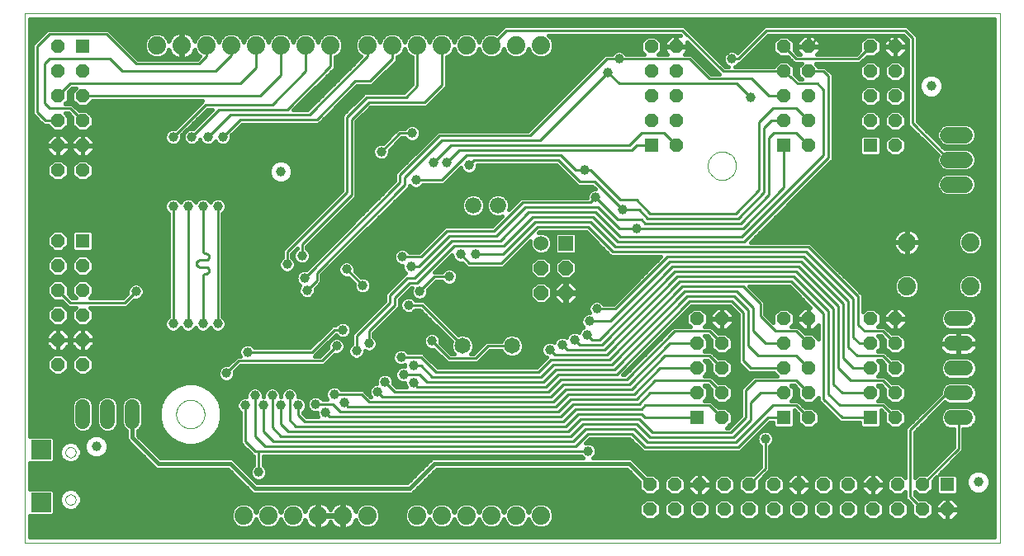
<source format=gbl>
G75*
%MOIN*%
%OFA0B0*%
%FSLAX24Y24*%
%IPPOS*%
%LPD*%
%AMOC8*
5,1,8,0,0,1.08239X$1,22.5*
%
%ADD10C,0.0000*%
%ADD11C,0.0740*%
%ADD12R,0.0560X0.0560*%
%ADD13OC8,0.0560*%
%ADD14C,0.0660*%
%ADD15C,0.0650*%
%ADD16C,0.0650*%
%ADD17C,0.0600*%
%ADD18OC8,0.0600*%
%ADD19R,0.0600X0.0600*%
%ADD20C,0.0594*%
%ADD21C,0.0600*%
%ADD22C,0.0394*%
%ADD23R,0.0787X0.0787*%
%ADD24C,0.0396*%
%ADD25C,0.0160*%
%ADD26C,0.0100*%
D10*
X009750Y000930D02*
X009750Y022326D01*
X049120Y022326D01*
X049120Y000930D01*
X009750Y000930D01*
X011405Y002675D02*
X011407Y002703D01*
X011413Y002731D01*
X011422Y002757D01*
X011435Y002783D01*
X011451Y002806D01*
X011471Y002826D01*
X011493Y002844D01*
X011517Y002859D01*
X011543Y002870D01*
X011570Y002878D01*
X011598Y002882D01*
X011626Y002882D01*
X011654Y002878D01*
X011681Y002870D01*
X011707Y002859D01*
X011731Y002844D01*
X011753Y002826D01*
X011773Y002806D01*
X011789Y002783D01*
X011802Y002757D01*
X011811Y002731D01*
X011817Y002703D01*
X011819Y002675D01*
X011817Y002647D01*
X011811Y002619D01*
X011802Y002593D01*
X011789Y002567D01*
X011773Y002544D01*
X011753Y002524D01*
X011731Y002506D01*
X011707Y002491D01*
X011681Y002480D01*
X011654Y002472D01*
X011626Y002468D01*
X011598Y002468D01*
X011570Y002472D01*
X011543Y002480D01*
X011517Y002491D01*
X011493Y002506D01*
X011471Y002524D01*
X011451Y002544D01*
X011435Y002567D01*
X011422Y002593D01*
X011413Y002619D01*
X011407Y002647D01*
X011405Y002675D01*
X011405Y004585D02*
X011407Y004613D01*
X011413Y004641D01*
X011422Y004667D01*
X011435Y004693D01*
X011451Y004716D01*
X011471Y004736D01*
X011493Y004754D01*
X011517Y004769D01*
X011543Y004780D01*
X011570Y004788D01*
X011598Y004792D01*
X011626Y004792D01*
X011654Y004788D01*
X011681Y004780D01*
X011707Y004769D01*
X011731Y004754D01*
X011753Y004736D01*
X011773Y004716D01*
X011789Y004693D01*
X011802Y004667D01*
X011811Y004641D01*
X011817Y004613D01*
X011819Y004585D01*
X011817Y004557D01*
X011811Y004529D01*
X011802Y004503D01*
X011789Y004477D01*
X011773Y004454D01*
X011753Y004434D01*
X011731Y004416D01*
X011707Y004401D01*
X011681Y004390D01*
X011654Y004382D01*
X011626Y004378D01*
X011598Y004378D01*
X011570Y004382D01*
X011543Y004390D01*
X011517Y004401D01*
X011493Y004416D01*
X011471Y004434D01*
X011451Y004454D01*
X011435Y004477D01*
X011422Y004503D01*
X011413Y004529D01*
X011407Y004557D01*
X011405Y004585D01*
X015879Y006125D02*
X015881Y006172D01*
X015887Y006219D01*
X015896Y006265D01*
X015910Y006310D01*
X015927Y006354D01*
X015948Y006397D01*
X015972Y006437D01*
X015999Y006476D01*
X016030Y006512D01*
X016063Y006545D01*
X016099Y006576D01*
X016138Y006603D01*
X016178Y006627D01*
X016221Y006648D01*
X016265Y006665D01*
X016310Y006679D01*
X016356Y006688D01*
X016403Y006694D01*
X016450Y006696D01*
X016497Y006694D01*
X016544Y006688D01*
X016590Y006679D01*
X016635Y006665D01*
X016679Y006648D01*
X016722Y006627D01*
X016762Y006603D01*
X016801Y006576D01*
X016837Y006545D01*
X016870Y006512D01*
X016901Y006476D01*
X016928Y006437D01*
X016952Y006397D01*
X016973Y006354D01*
X016990Y006310D01*
X017004Y006265D01*
X017013Y006219D01*
X017019Y006172D01*
X017021Y006125D01*
X017019Y006078D01*
X017013Y006031D01*
X017004Y005985D01*
X016990Y005940D01*
X016973Y005896D01*
X016952Y005853D01*
X016928Y005813D01*
X016901Y005774D01*
X016870Y005738D01*
X016837Y005705D01*
X016801Y005674D01*
X016762Y005647D01*
X016722Y005623D01*
X016679Y005602D01*
X016635Y005585D01*
X016590Y005571D01*
X016544Y005562D01*
X016497Y005556D01*
X016450Y005554D01*
X016403Y005556D01*
X016356Y005562D01*
X016310Y005571D01*
X016265Y005585D01*
X016221Y005602D01*
X016178Y005623D01*
X016138Y005647D01*
X016099Y005674D01*
X016063Y005705D01*
X016030Y005738D01*
X015999Y005774D01*
X015972Y005813D01*
X015948Y005853D01*
X015927Y005896D01*
X015910Y005940D01*
X015896Y005985D01*
X015887Y006031D01*
X015881Y006078D01*
X015879Y006125D01*
X037334Y016165D02*
X037336Y016212D01*
X037342Y016259D01*
X037351Y016305D01*
X037365Y016350D01*
X037382Y016394D01*
X037403Y016437D01*
X037427Y016477D01*
X037454Y016516D01*
X037485Y016552D01*
X037518Y016585D01*
X037554Y016616D01*
X037593Y016643D01*
X037633Y016667D01*
X037676Y016688D01*
X037720Y016705D01*
X037765Y016719D01*
X037811Y016728D01*
X037858Y016734D01*
X037905Y016736D01*
X037952Y016734D01*
X037999Y016728D01*
X038045Y016719D01*
X038090Y016705D01*
X038134Y016688D01*
X038177Y016667D01*
X038217Y016643D01*
X038256Y016616D01*
X038292Y016585D01*
X038325Y016552D01*
X038356Y016516D01*
X038383Y016477D01*
X038407Y016437D01*
X038428Y016394D01*
X038445Y016350D01*
X038459Y016305D01*
X038468Y016259D01*
X038474Y016212D01*
X038476Y016165D01*
X038474Y016118D01*
X038468Y016071D01*
X038459Y016025D01*
X038445Y015980D01*
X038428Y015936D01*
X038407Y015893D01*
X038383Y015853D01*
X038356Y015814D01*
X038325Y015778D01*
X038292Y015745D01*
X038256Y015714D01*
X038217Y015687D01*
X038177Y015663D01*
X038134Y015642D01*
X038090Y015625D01*
X038045Y015611D01*
X037999Y015602D01*
X037952Y015596D01*
X037905Y015594D01*
X037858Y015596D01*
X037811Y015602D01*
X037765Y015611D01*
X037720Y015625D01*
X037676Y015642D01*
X037633Y015663D01*
X037593Y015687D01*
X037554Y015714D01*
X037518Y015745D01*
X037485Y015778D01*
X037454Y015814D01*
X037427Y015853D01*
X037403Y015893D01*
X037382Y015936D01*
X037365Y015980D01*
X037351Y016025D01*
X037342Y016071D01*
X037336Y016118D01*
X037334Y016165D01*
D11*
X045370Y013070D03*
X047930Y013070D03*
X047930Y011290D03*
X045370Y011290D03*
X030600Y002030D03*
X029600Y002030D03*
X028600Y002030D03*
X027600Y002030D03*
X026600Y002030D03*
X025600Y002030D03*
X023600Y002030D03*
X022600Y002030D03*
X021600Y002030D03*
X020600Y002030D03*
X019600Y002030D03*
X018600Y002030D03*
X018100Y021030D03*
X017100Y021030D03*
X016100Y021030D03*
X015100Y021030D03*
X019100Y021030D03*
X020100Y021030D03*
X021100Y021030D03*
X022100Y021030D03*
X023600Y021030D03*
X024600Y021030D03*
X025600Y021030D03*
X026600Y021030D03*
X027600Y021030D03*
X028600Y021030D03*
X029600Y021030D03*
X030600Y021030D03*
D12*
X035050Y016980D03*
X040400Y016980D03*
X043900Y016980D03*
X043900Y005980D03*
X040400Y005980D03*
X036900Y005980D03*
X047000Y003280D03*
X012100Y013130D03*
X012100Y020980D03*
D13*
X011100Y020980D03*
X011100Y019980D03*
X012100Y019980D03*
X012100Y018980D03*
X011100Y018980D03*
X011100Y017980D03*
X012100Y017980D03*
X012100Y016980D03*
X011100Y016980D03*
X011100Y015980D03*
X012100Y015980D03*
X011100Y013130D03*
X011100Y012130D03*
X012100Y012130D03*
X012100Y011130D03*
X011100Y011130D03*
X011100Y010130D03*
X012100Y010130D03*
X012100Y009130D03*
X011100Y009130D03*
X011100Y008130D03*
X012100Y008130D03*
X035000Y003280D03*
X036000Y003280D03*
X037000Y003280D03*
X038000Y003280D03*
X039000Y003280D03*
X040000Y003280D03*
X041000Y003280D03*
X042000Y003280D03*
X043000Y003280D03*
X044000Y003280D03*
X045000Y003280D03*
X046000Y003280D03*
X046000Y002280D03*
X045000Y002280D03*
X044000Y002280D03*
X043000Y002280D03*
X042000Y002280D03*
X041000Y002280D03*
X040000Y002280D03*
X039000Y002280D03*
X038000Y002280D03*
X037000Y002280D03*
X036000Y002280D03*
X035000Y002280D03*
X037900Y005980D03*
X037900Y006980D03*
X036900Y006980D03*
X036900Y007980D03*
X037900Y007980D03*
X037900Y008980D03*
X036900Y008980D03*
X036900Y009980D03*
X037900Y009980D03*
X040400Y009980D03*
X041400Y009980D03*
X041400Y008980D03*
X040400Y008980D03*
X040400Y007980D03*
X041400Y007980D03*
X041400Y006980D03*
X040400Y006980D03*
X041400Y005980D03*
X043900Y006980D03*
X044900Y006980D03*
X044900Y007980D03*
X043900Y007980D03*
X043900Y008980D03*
X044900Y008980D03*
X044900Y009980D03*
X043900Y009980D03*
X044900Y005980D03*
X047000Y002280D03*
X044900Y016980D03*
X044900Y017980D03*
X043900Y017980D03*
X043900Y018980D03*
X044900Y018980D03*
X044900Y019980D03*
X043900Y019980D03*
X043900Y020980D03*
X044900Y020980D03*
X041400Y020980D03*
X040400Y020980D03*
X040400Y019980D03*
X041400Y019980D03*
X041400Y018980D03*
X040400Y018980D03*
X040400Y017980D03*
X041400Y017980D03*
X041400Y016980D03*
X036050Y016980D03*
X036050Y017980D03*
X035050Y017980D03*
X035050Y018980D03*
X036050Y018980D03*
X036050Y019980D03*
X035050Y019980D03*
X035050Y020980D03*
X036050Y020980D03*
D14*
X028860Y014560D03*
X027860Y014560D03*
D15*
X027430Y008890D03*
X029430Y008890D03*
D16*
X047045Y015410D02*
X047695Y015410D01*
X047695Y016410D02*
X047045Y016410D01*
X047045Y017410D02*
X047695Y017410D01*
D17*
X040900Y013480D03*
X030600Y013030D03*
X019050Y017380D03*
X032650Y021030D03*
X013900Y002380D03*
D18*
X030600Y011030D03*
X031600Y011030D03*
X031600Y012030D03*
X030600Y012030D03*
D19*
X031600Y013030D03*
D20*
X047153Y009980D02*
X047747Y009980D01*
X047747Y008980D02*
X047153Y008980D01*
X047153Y007980D02*
X047747Y007980D01*
X047747Y006980D02*
X047153Y006980D01*
X047153Y005980D02*
X047747Y005980D01*
D21*
X014100Y005830D02*
X014100Y006430D01*
X013100Y006430D02*
X013100Y005830D01*
X012100Y005830D02*
X012100Y006430D01*
D22*
X012650Y004830D03*
X020100Y015930D03*
X046350Y019380D03*
X048250Y003380D03*
D23*
X010419Y002557D03*
X010419Y004703D03*
D24*
X017600Y001930D03*
X019200Y003780D03*
X021900Y006180D03*
X021500Y006530D03*
X020800Y006480D03*
X020450Y006880D03*
X020100Y006480D03*
X019750Y006880D03*
X019400Y006480D03*
X019050Y006880D03*
X018650Y006480D03*
X017900Y007780D03*
X018750Y008630D03*
X017550Y009780D03*
X016950Y009780D03*
X016350Y009780D03*
X015750Y009780D03*
X014250Y011080D03*
X015300Y011630D03*
X020350Y012180D03*
X020950Y012530D03*
X021050Y011630D03*
X021150Y011130D03*
X022750Y011980D03*
X023400Y011330D03*
X023100Y010780D03*
X025250Y010530D03*
X025700Y011080D03*
X026900Y011680D03*
X028200Y011130D03*
X027950Y012580D03*
X027350Y012580D03*
X025350Y012080D03*
X025000Y012480D03*
X023950Y013630D03*
X025600Y014630D03*
X025550Y015580D03*
X026250Y016280D03*
X026800Y016280D03*
X027700Y016180D03*
X025400Y017480D03*
X024150Y016730D03*
X023500Y017580D03*
X019100Y015630D03*
X017550Y014530D03*
X016950Y014530D03*
X016350Y014530D03*
X015750Y014530D03*
X015750Y017330D03*
X016500Y017330D03*
X017150Y017330D03*
X017750Y017330D03*
X031650Y015280D03*
X032800Y014880D03*
X033900Y014380D03*
X034450Y013630D03*
X032350Y015980D03*
X039050Y018930D03*
X038300Y020480D03*
X033750Y020480D03*
X033300Y019930D03*
X032850Y010380D03*
X032550Y009880D03*
X032450Y009330D03*
X031950Y009130D03*
X031450Y008930D03*
X030950Y008730D03*
X028750Y008380D03*
X026200Y009080D03*
X024950Y008430D03*
X025450Y008080D03*
X025050Y007730D03*
X025450Y007380D03*
X024300Y007430D03*
X024000Y007030D03*
X022650Y006580D03*
X022250Y006930D03*
X023150Y008680D03*
X023650Y008980D03*
X022600Y009530D03*
X022350Y008880D03*
X020900Y009930D03*
X032500Y004630D03*
X039650Y005130D03*
X024900Y004230D03*
D25*
X025642Y003783D02*
X019538Y003783D01*
X019538Y003847D02*
X019487Y003972D01*
X019392Y004067D01*
X019390Y004067D01*
X019390Y004440D01*
X032213Y004440D01*
X032213Y004438D01*
X032302Y004350D01*
X026209Y004350D01*
X025209Y003350D01*
X019141Y003350D01*
X018270Y004221D01*
X018270Y004221D01*
X018141Y004350D01*
X015241Y004350D01*
X014320Y005271D01*
X014320Y005445D01*
X014349Y005457D01*
X014473Y005581D01*
X014540Y005742D01*
X014540Y006518D01*
X014473Y006679D01*
X014349Y006803D01*
X014188Y006870D01*
X014012Y006870D01*
X013851Y006803D01*
X013727Y006679D01*
X013660Y006518D01*
X013660Y005742D01*
X013727Y005581D01*
X013851Y005457D01*
X013880Y005445D01*
X013880Y005089D01*
X014009Y004960D01*
X015059Y003910D01*
X017959Y003910D01*
X018830Y003039D01*
X018830Y003039D01*
X018959Y002910D01*
X025391Y002910D01*
X025520Y003039D01*
X026391Y003910D01*
X034059Y003910D01*
X034580Y003389D01*
X034580Y003106D01*
X034826Y002860D01*
X035174Y002860D01*
X035420Y003106D01*
X035420Y003454D01*
X035174Y003700D01*
X034891Y003700D01*
X034241Y004350D01*
X032698Y004350D01*
X032787Y004438D01*
X032838Y004563D01*
X032838Y004697D01*
X032787Y004822D01*
X032692Y004917D01*
X032567Y004968D01*
X032433Y004968D01*
X032388Y004950D01*
X032579Y005140D01*
X034171Y005140D01*
X034721Y004590D01*
X038629Y004590D01*
X039829Y005790D01*
X039980Y005790D01*
X039980Y005642D01*
X040062Y005560D01*
X040738Y005560D01*
X040820Y005642D01*
X040820Y006290D01*
X040821Y006290D01*
X040980Y006131D01*
X040980Y005806D01*
X041226Y005560D01*
X041574Y005560D01*
X041820Y005806D01*
X041820Y006154D01*
X041574Y006400D01*
X041249Y006400D01*
X041090Y006559D01*
X040979Y006670D01*
X040684Y006670D01*
X040820Y006806D01*
X040820Y007154D01*
X040684Y007290D01*
X040821Y007290D01*
X040980Y007131D01*
X040980Y006806D01*
X041226Y006560D01*
X041574Y006560D01*
X041810Y006796D01*
X041810Y006651D01*
X042560Y005901D01*
X042671Y005790D01*
X043480Y005790D01*
X043480Y005642D01*
X043562Y005560D01*
X044238Y005560D01*
X044320Y005642D01*
X044320Y006290D01*
X044321Y006290D01*
X044480Y006131D01*
X044480Y005806D01*
X044726Y005560D01*
X045074Y005560D01*
X045320Y005806D01*
X045320Y006154D01*
X045074Y006400D01*
X044749Y006400D01*
X044479Y006670D01*
X044184Y006670D01*
X044320Y006806D01*
X044320Y007154D01*
X044184Y007290D01*
X044321Y007290D01*
X044480Y007131D01*
X044480Y006806D01*
X044726Y006560D01*
X045074Y006560D01*
X045320Y006806D01*
X045320Y007154D01*
X045074Y007400D01*
X044749Y007400D01*
X044590Y007559D01*
X044479Y007670D01*
X044184Y007670D01*
X044320Y007806D01*
X044320Y008154D01*
X044184Y008290D01*
X044321Y008290D01*
X044480Y008131D01*
X044480Y007806D01*
X044726Y007560D01*
X045074Y007560D01*
X045320Y007806D01*
X045320Y008154D01*
X045074Y008400D01*
X044749Y008400D01*
X044590Y008559D01*
X044479Y008670D01*
X044184Y008670D01*
X044320Y008806D01*
X044320Y009154D01*
X044184Y009290D01*
X044321Y009290D01*
X044480Y009131D01*
X044480Y008806D01*
X044726Y008560D01*
X045074Y008560D01*
X045320Y008806D01*
X045320Y009154D01*
X045074Y009400D01*
X044749Y009400D01*
X044479Y009670D01*
X044184Y009670D01*
X044320Y009806D01*
X044440Y009806D01*
X044440Y009789D02*
X044709Y009520D01*
X044890Y009520D01*
X044890Y009970D01*
X044440Y009970D01*
X044440Y009789D01*
X044320Y009806D02*
X044320Y010154D01*
X044074Y010400D01*
X043726Y010400D01*
X043590Y010264D01*
X043590Y010959D01*
X041479Y013070D01*
X039059Y013070D01*
X042279Y016290D01*
X042390Y016401D01*
X042390Y019859D01*
X042079Y020170D01*
X041804Y020170D01*
X041684Y020290D01*
X043479Y020290D01*
X043749Y020560D01*
X044074Y020560D01*
X044320Y020806D01*
X044320Y021154D01*
X044074Y021400D01*
X043726Y021400D01*
X043480Y021154D01*
X043480Y020829D01*
X043321Y020670D01*
X041741Y020670D01*
X041860Y020789D01*
X041860Y020970D01*
X041410Y020970D01*
X041410Y020990D01*
X041390Y020990D01*
X041390Y021440D01*
X041209Y021440D01*
X040940Y021171D01*
X040940Y020990D01*
X041390Y020990D01*
X041390Y020970D01*
X040940Y020970D01*
X040940Y020789D01*
X041059Y020670D01*
X040979Y020670D01*
X040820Y020829D01*
X040820Y021154D01*
X040574Y021400D01*
X040226Y021400D01*
X039980Y021154D01*
X039980Y020806D01*
X040226Y020560D01*
X040551Y020560D01*
X040710Y020401D01*
X040821Y020290D01*
X041116Y020290D01*
X040980Y020154D01*
X040980Y019806D01*
X041116Y019670D01*
X041023Y019670D01*
X040820Y019855D01*
X040820Y020154D01*
X040574Y020400D01*
X040226Y020400D01*
X039996Y020170D01*
X038435Y020170D01*
X038492Y020193D01*
X038587Y020288D01*
X038587Y020290D01*
X038629Y020290D01*
X039779Y021440D01*
X045221Y021440D01*
X045410Y021251D01*
X045410Y017801D01*
X046618Y016593D01*
X046580Y016502D01*
X046580Y016318D01*
X046651Y016147D01*
X046782Y016016D01*
X046953Y015945D01*
X047787Y015945D01*
X047958Y016016D01*
X048089Y016147D01*
X048160Y016318D01*
X048160Y016502D01*
X048089Y016673D01*
X047958Y016804D01*
X047787Y016875D01*
X046953Y016875D01*
X046897Y016852D01*
X045790Y017959D01*
X045790Y021409D01*
X045379Y021820D01*
X039621Y021820D01*
X039510Y021709D01*
X038530Y020728D01*
X038492Y020767D01*
X038367Y020818D01*
X038233Y020818D01*
X038108Y020767D01*
X038013Y020672D01*
X037962Y020547D01*
X037962Y020413D01*
X038013Y020288D01*
X038108Y020193D01*
X038165Y020170D01*
X038029Y020170D01*
X036379Y021820D01*
X029121Y021820D01*
X028800Y021499D01*
X028701Y021540D01*
X028499Y021540D01*
X028311Y021462D01*
X028168Y021319D01*
X028100Y021156D01*
X028032Y021319D01*
X027889Y021462D01*
X027701Y021540D01*
X027499Y021540D01*
X027311Y021462D01*
X027168Y021319D01*
X027100Y021156D01*
X027032Y021319D01*
X026889Y021462D01*
X026701Y021540D01*
X026499Y021540D01*
X026311Y021462D01*
X026168Y021319D01*
X026100Y021156D01*
X026032Y021319D01*
X025889Y021462D01*
X025701Y021540D01*
X025499Y021540D01*
X025311Y021462D01*
X025168Y021319D01*
X025100Y021156D01*
X025032Y021319D01*
X024889Y021462D01*
X024701Y021540D01*
X024499Y021540D01*
X024311Y021462D01*
X024168Y021319D01*
X024100Y021156D01*
X024032Y021319D01*
X023889Y021462D01*
X023701Y021540D01*
X023499Y021540D01*
X023311Y021462D01*
X023168Y021319D01*
X023090Y021131D01*
X023090Y020929D01*
X023168Y020741D01*
X023311Y020598D01*
X023338Y020587D01*
X021171Y018420D01*
X020609Y018420D01*
X022290Y020101D01*
X022290Y020557D01*
X022389Y020598D01*
X022532Y020741D01*
X022610Y020929D01*
X022610Y021131D01*
X022532Y021319D01*
X022389Y021462D01*
X022201Y021540D01*
X021999Y021540D01*
X021811Y021462D01*
X021668Y021319D01*
X021600Y021156D01*
X021532Y021319D01*
X021389Y021462D01*
X021201Y021540D01*
X020999Y021540D01*
X020811Y021462D01*
X020668Y021319D01*
X020600Y021156D01*
X020532Y021319D01*
X020389Y021462D01*
X020201Y021540D01*
X019999Y021540D01*
X019811Y021462D01*
X019668Y021319D01*
X019600Y021156D01*
X019532Y021319D01*
X019389Y021462D01*
X019201Y021540D01*
X018999Y021540D01*
X018811Y021462D01*
X018668Y021319D01*
X018600Y021156D01*
X018532Y021319D01*
X018389Y021462D01*
X018201Y021540D01*
X017999Y021540D01*
X017811Y021462D01*
X017668Y021319D01*
X017600Y021156D01*
X017532Y021319D01*
X017389Y021462D01*
X017201Y021540D01*
X016999Y021540D01*
X016811Y021462D01*
X016668Y021319D01*
X016621Y021206D01*
X016610Y021241D01*
X016570Y021318D01*
X016520Y021388D01*
X016458Y021450D01*
X016388Y021500D01*
X016311Y021540D01*
X016229Y021566D01*
X016143Y021580D01*
X016120Y021580D01*
X016120Y021050D01*
X016080Y021050D01*
X016080Y021580D01*
X016057Y021580D01*
X015971Y021566D01*
X015889Y021540D01*
X015812Y021500D01*
X015742Y021450D01*
X015680Y021388D01*
X015630Y021318D01*
X015590Y021241D01*
X015579Y021206D01*
X015532Y021319D01*
X015389Y021462D01*
X015201Y021540D01*
X014999Y021540D01*
X014811Y021462D01*
X014668Y021319D01*
X014590Y021131D01*
X014590Y020929D01*
X014668Y020741D01*
X014811Y020598D01*
X014999Y020520D01*
X015201Y020520D01*
X015389Y020598D01*
X015532Y020741D01*
X015579Y020854D01*
X015590Y020819D01*
X015630Y020742D01*
X015680Y020672D01*
X015742Y020610D01*
X015812Y020560D01*
X015889Y020520D01*
X015971Y020494D01*
X016057Y020480D01*
X016080Y020480D01*
X016080Y021010D01*
X016120Y021010D01*
X016120Y020480D01*
X016143Y020480D01*
X016229Y020494D01*
X016311Y020520D01*
X016388Y020560D01*
X016458Y020610D01*
X016520Y020672D01*
X016570Y020742D01*
X016610Y020819D01*
X016621Y020854D01*
X016668Y020741D01*
X016811Y020598D01*
X016838Y020587D01*
X016721Y020470D01*
X014329Y020470D01*
X013240Y021559D01*
X013129Y021670D01*
X010671Y021670D01*
X010560Y021559D01*
X010060Y021059D01*
X010060Y018251D01*
X010410Y017901D01*
X010521Y017790D01*
X010696Y017790D01*
X010926Y017560D01*
X011274Y017560D01*
X011520Y017806D01*
X011520Y018154D01*
X011384Y018290D01*
X011521Y018290D01*
X011680Y018131D01*
X011680Y017806D01*
X011926Y017560D01*
X012274Y017560D01*
X012520Y017806D01*
X012520Y018154D01*
X012274Y018400D01*
X011949Y018400D01*
X011679Y018670D01*
X011384Y018670D01*
X011520Y018806D01*
X011520Y019131D01*
X011679Y019290D01*
X011816Y019290D01*
X011680Y019154D01*
X011680Y018806D01*
X011926Y018560D01*
X012274Y018560D01*
X012504Y018790D01*
X016941Y018790D01*
X016860Y018709D01*
X015819Y017667D01*
X015817Y017668D01*
X015683Y017668D01*
X015558Y017617D01*
X015463Y017522D01*
X015412Y017397D01*
X015412Y017263D01*
X015463Y017138D01*
X015558Y017043D01*
X015683Y016992D01*
X015817Y016992D01*
X015942Y017043D01*
X016037Y017138D01*
X016088Y017263D01*
X016088Y017397D01*
X016087Y017399D01*
X017129Y018440D01*
X017341Y018440D01*
X016569Y017667D01*
X016567Y017668D01*
X016433Y017668D01*
X016308Y017617D01*
X016213Y017522D01*
X016162Y017397D01*
X016162Y017263D01*
X016213Y017138D01*
X016308Y017043D01*
X016433Y016992D01*
X016567Y016992D01*
X016692Y017043D01*
X016787Y017138D01*
X016825Y017231D01*
X016863Y017138D01*
X016958Y017043D01*
X017083Y016992D01*
X017217Y016992D01*
X017342Y017043D01*
X017437Y017138D01*
X017450Y017171D01*
X017463Y017138D01*
X017558Y017043D01*
X017683Y016992D01*
X017817Y016992D01*
X017942Y017043D01*
X018037Y017138D01*
X018088Y017263D01*
X018088Y017397D01*
X018087Y017399D01*
X018529Y017840D01*
X021629Y017840D01*
X023179Y019390D01*
X023779Y019390D01*
X024790Y020401D01*
X024790Y020557D01*
X024889Y020598D01*
X025032Y020741D01*
X025100Y020904D01*
X025168Y020741D01*
X025311Y020598D01*
X025410Y020557D01*
X025410Y019459D01*
X025071Y019120D01*
X023471Y019120D01*
X023360Y019009D01*
X022671Y018320D01*
X022560Y018209D01*
X022560Y015159D01*
X020160Y012759D01*
X020160Y012467D01*
X020158Y012467D01*
X020063Y012372D01*
X020012Y012247D01*
X020012Y012113D01*
X020063Y011988D01*
X020158Y011893D01*
X020283Y011842D01*
X020417Y011842D01*
X020542Y011893D01*
X020637Y011988D01*
X020688Y012113D01*
X020688Y012247D01*
X020637Y012372D01*
X020542Y012467D01*
X020540Y012467D01*
X020540Y012601D01*
X020760Y012821D01*
X020760Y012817D01*
X020758Y012817D01*
X020663Y012722D01*
X020612Y012597D01*
X020612Y012463D01*
X020663Y012338D01*
X020758Y012243D01*
X020883Y012192D01*
X021017Y012192D01*
X021142Y012243D01*
X021237Y012338D01*
X021288Y012463D01*
X021288Y012597D01*
X021237Y012722D01*
X021142Y012817D01*
X021140Y012817D01*
X021140Y012901D01*
X023140Y014901D01*
X023140Y017951D01*
X023729Y018540D01*
X025979Y018540D01*
X026790Y019351D01*
X026790Y020557D01*
X026889Y020598D01*
X027032Y020741D01*
X027100Y020904D01*
X027168Y020741D01*
X027311Y020598D01*
X027499Y020520D01*
X027701Y020520D01*
X027889Y020598D01*
X028032Y020741D01*
X028100Y020904D01*
X028168Y020741D01*
X028311Y020598D01*
X028499Y020520D01*
X028701Y020520D01*
X028889Y020598D01*
X029032Y020741D01*
X029100Y020904D01*
X029168Y020741D01*
X029311Y020598D01*
X029499Y020520D01*
X029701Y020520D01*
X029889Y020598D01*
X030032Y020741D01*
X030100Y020904D01*
X030168Y020741D01*
X030311Y020598D01*
X030499Y020520D01*
X030701Y020520D01*
X030889Y020598D01*
X031032Y020741D01*
X031110Y020929D01*
X031110Y021131D01*
X031032Y021319D01*
X030911Y021440D01*
X036221Y021440D01*
X036221Y021440D01*
X036060Y021440D01*
X036060Y020990D01*
X036040Y020990D01*
X036040Y021440D01*
X035859Y021440D01*
X035590Y021171D01*
X035590Y020990D01*
X036040Y020990D01*
X036040Y020970D01*
X035590Y020970D01*
X035590Y020789D01*
X035709Y020670D01*
X035334Y020670D01*
X035470Y020806D01*
X035470Y021154D01*
X035224Y021400D01*
X034876Y021400D01*
X034630Y021154D01*
X034630Y020806D01*
X034766Y020670D01*
X034037Y020670D01*
X034037Y020672D01*
X033942Y020767D01*
X033817Y020818D01*
X033683Y020818D01*
X033558Y020767D01*
X033463Y020672D01*
X033463Y020670D01*
X033171Y020670D01*
X030071Y017570D01*
X026421Y017570D01*
X024710Y015859D01*
X024710Y015559D01*
X021119Y011967D01*
X021117Y011968D01*
X020983Y011968D01*
X020858Y011917D01*
X020763Y011822D01*
X020712Y011697D01*
X020712Y011563D01*
X020763Y011438D01*
X020858Y011343D01*
X020877Y011336D01*
X020863Y011322D01*
X020812Y011197D01*
X020812Y011063D01*
X020863Y010938D01*
X020958Y010843D01*
X021083Y010792D01*
X021217Y010792D01*
X021342Y010843D01*
X021437Y010938D01*
X021488Y011063D01*
X021488Y011197D01*
X021487Y011199D01*
X021629Y011340D01*
X021740Y011451D01*
X021740Y011751D01*
X025290Y015301D01*
X025290Y015362D01*
X025358Y015293D01*
X025483Y015242D01*
X025617Y015242D01*
X025742Y015293D01*
X025837Y015388D01*
X025837Y015390D01*
X026679Y015390D01*
X027373Y016085D01*
X027413Y015988D01*
X027508Y015893D01*
X027633Y015842D01*
X027767Y015842D01*
X027892Y015893D01*
X027987Y015988D01*
X028038Y016113D01*
X028038Y016190D01*
X031221Y016190D01*
X031960Y015451D01*
X032071Y015340D01*
X032671Y015340D01*
X032793Y015218D01*
X032733Y015218D01*
X032608Y015167D01*
X032513Y015072D01*
X032462Y014947D01*
X032462Y014870D01*
X029771Y014870D01*
X029303Y014402D01*
X029330Y014467D01*
X029330Y014653D01*
X029258Y014826D01*
X029126Y014958D01*
X028953Y015030D01*
X028767Y015030D01*
X028594Y014958D01*
X028462Y014826D01*
X028390Y014653D01*
X028390Y014467D01*
X028462Y014294D01*
X028594Y014162D01*
X028767Y014090D01*
X028953Y014090D01*
X029018Y014117D01*
X028621Y013720D01*
X026721Y013720D01*
X026610Y013609D01*
X026610Y013609D01*
X025671Y012670D01*
X025287Y012670D01*
X025287Y012672D01*
X025192Y012767D01*
X025067Y012818D01*
X024933Y012818D01*
X024808Y012767D01*
X024713Y012672D01*
X024662Y012547D01*
X024662Y012413D01*
X024713Y012288D01*
X024808Y012193D01*
X024933Y012142D01*
X025012Y012142D01*
X025012Y012013D01*
X025063Y011888D01*
X025132Y011820D01*
X025121Y011820D01*
X025010Y011709D01*
X025010Y011709D01*
X024421Y011120D01*
X024310Y011009D01*
X024310Y010709D01*
X023071Y009470D01*
X022960Y009359D01*
X022960Y008967D01*
X022958Y008967D01*
X022863Y008872D01*
X022812Y008747D01*
X022812Y008613D01*
X022863Y008488D01*
X022958Y008393D01*
X023083Y008342D01*
X023217Y008342D01*
X023342Y008393D01*
X023437Y008488D01*
X023488Y008613D01*
X023488Y008681D01*
X023583Y008642D01*
X023717Y008642D01*
X023842Y008693D01*
X023937Y008788D01*
X023988Y008913D01*
X023988Y009047D01*
X023937Y009172D01*
X023842Y009267D01*
X023840Y009267D01*
X023840Y009401D01*
X024779Y010340D01*
X024890Y010451D01*
X024890Y010751D01*
X025379Y011240D01*
X025400Y011240D01*
X025362Y011147D01*
X025362Y011013D01*
X025413Y010888D01*
X025508Y010793D01*
X025633Y010742D01*
X025767Y010742D01*
X025892Y010793D01*
X025987Y010888D01*
X026038Y011013D01*
X026038Y011147D01*
X026037Y011149D01*
X026379Y011490D01*
X026613Y011490D01*
X026613Y011488D01*
X026708Y011393D01*
X026833Y011342D01*
X026967Y011342D01*
X027092Y011393D01*
X027187Y011488D01*
X027238Y011613D01*
X027238Y011747D01*
X027187Y011872D01*
X027092Y011967D01*
X026967Y012018D01*
X026833Y012018D01*
X026708Y011967D01*
X026613Y011872D01*
X026613Y011870D01*
X026309Y011870D01*
X027012Y012573D01*
X027012Y012513D01*
X027063Y012388D01*
X027158Y012293D01*
X027283Y012242D01*
X027417Y012242D01*
X027419Y012243D01*
X027621Y012040D01*
X029079Y012040D01*
X029190Y012151D01*
X030163Y013124D01*
X030160Y013118D01*
X030160Y012942D01*
X030227Y012781D01*
X030351Y012657D01*
X030512Y012590D01*
X030688Y012590D01*
X030849Y012657D01*
X030973Y012781D01*
X031040Y012942D01*
X031040Y013118D01*
X030973Y013279D01*
X030849Y013403D01*
X030688Y013470D01*
X030512Y013470D01*
X030506Y013467D01*
X030529Y013490D01*
X032421Y013490D01*
X033310Y012601D01*
X033421Y012490D01*
X035441Y012490D01*
X033521Y010570D01*
X033137Y010570D01*
X033137Y010572D01*
X033042Y010667D01*
X032917Y010718D01*
X032783Y010718D01*
X032658Y010667D01*
X032563Y010572D01*
X032512Y010447D01*
X032512Y010313D01*
X032551Y010218D01*
X032483Y010218D01*
X032358Y010167D01*
X032263Y010072D01*
X032212Y009947D01*
X032212Y009813D01*
X032263Y009688D01*
X032313Y009639D01*
X032258Y009617D01*
X032163Y009522D01*
X032123Y009424D01*
X032017Y009468D01*
X031883Y009468D01*
X031758Y009417D01*
X031663Y009322D01*
X031623Y009224D01*
X031517Y009268D01*
X031383Y009268D01*
X031258Y009217D01*
X031163Y009122D01*
X031123Y009024D01*
X031017Y009068D01*
X030883Y009068D01*
X030758Y009017D01*
X030663Y008922D01*
X030612Y008797D01*
X030612Y008663D01*
X030663Y008538D01*
X030758Y008443D01*
X030819Y008418D01*
X030421Y008020D01*
X026429Y008020D01*
X025940Y008509D01*
X025829Y008620D01*
X025237Y008620D01*
X025237Y008622D01*
X025142Y008717D01*
X025017Y008768D01*
X024883Y008768D01*
X024758Y008717D01*
X024663Y008622D01*
X024612Y008497D01*
X024612Y008363D01*
X024663Y008238D01*
X024758Y008143D01*
X024883Y008092D01*
X025017Y008092D01*
X025112Y008131D01*
X025112Y008068D01*
X024983Y008068D01*
X024858Y008017D01*
X024763Y007922D01*
X024712Y007797D01*
X024712Y007663D01*
X024763Y007538D01*
X024858Y007443D01*
X024983Y007392D01*
X025112Y007392D01*
X025112Y007313D01*
X025150Y007220D01*
X024779Y007220D01*
X024637Y007361D01*
X024638Y007363D01*
X024638Y007497D01*
X024587Y007622D01*
X024492Y007717D01*
X024367Y007768D01*
X024233Y007768D01*
X024108Y007717D01*
X024013Y007622D01*
X023962Y007497D01*
X023962Y007368D01*
X023933Y007368D01*
X023808Y007317D01*
X023713Y007222D01*
X023662Y007097D01*
X023662Y006963D01*
X023713Y006838D01*
X023732Y006820D01*
X023729Y006820D01*
X023540Y007009D01*
X023429Y007120D01*
X022537Y007120D01*
X022537Y007122D01*
X022442Y007217D01*
X022317Y007268D01*
X022183Y007268D01*
X022058Y007217D01*
X021963Y007122D01*
X021912Y006997D01*
X021912Y006863D01*
X021963Y006738D01*
X021982Y006720D01*
X021787Y006720D01*
X021787Y006722D01*
X021692Y006817D01*
X021567Y006868D01*
X021433Y006868D01*
X021308Y006817D01*
X021213Y006722D01*
X021162Y006597D01*
X021162Y006463D01*
X021213Y006338D01*
X021308Y006243D01*
X021433Y006192D01*
X021562Y006192D01*
X021562Y006113D01*
X021600Y006020D01*
X021129Y006020D01*
X020990Y006159D01*
X020990Y006193D01*
X020992Y006193D01*
X021087Y006288D01*
X021138Y006413D01*
X021138Y006547D01*
X021087Y006672D01*
X020992Y006767D01*
X020867Y006818D01*
X020788Y006818D01*
X020788Y006947D01*
X020737Y007072D01*
X020642Y007167D01*
X020517Y007218D01*
X020383Y007218D01*
X020258Y007167D01*
X020163Y007072D01*
X020112Y006947D01*
X020112Y006818D01*
X020088Y006818D01*
X020088Y006947D01*
X020037Y007072D01*
X019942Y007167D01*
X019817Y007218D01*
X019683Y007218D01*
X019558Y007167D01*
X019463Y007072D01*
X019412Y006947D01*
X019412Y006818D01*
X019388Y006818D01*
X019388Y006947D01*
X019337Y007072D01*
X019242Y007167D01*
X019117Y007218D01*
X018983Y007218D01*
X018858Y007167D01*
X018763Y007072D01*
X018712Y006947D01*
X018712Y006818D01*
X018583Y006818D01*
X018458Y006767D01*
X018363Y006672D01*
X018312Y006547D01*
X018312Y006413D01*
X018363Y006288D01*
X018458Y006193D01*
X018460Y006193D01*
X018460Y004951D01*
X018571Y004840D01*
X018860Y004551D01*
X018971Y004440D01*
X019010Y004440D01*
X019010Y004067D01*
X019008Y004067D01*
X018913Y003972D01*
X018862Y003847D01*
X018862Y003713D01*
X018913Y003588D01*
X019008Y003493D01*
X019133Y003442D01*
X019267Y003442D01*
X019392Y003493D01*
X019487Y003588D01*
X019538Y003713D01*
X019538Y003847D01*
X019499Y003942D02*
X025800Y003942D01*
X025959Y004100D02*
X019390Y004100D01*
X019390Y004259D02*
X026117Y004259D01*
X026300Y004130D02*
X034150Y004130D01*
X035000Y003280D01*
X035420Y003308D02*
X035580Y003308D01*
X035580Y003454D02*
X035580Y003106D01*
X035826Y002860D01*
X036174Y002860D01*
X036420Y003106D01*
X036420Y003454D01*
X036174Y003700D01*
X035826Y003700D01*
X035580Y003454D01*
X035592Y003466D02*
X035408Y003466D01*
X035249Y003625D02*
X035751Y003625D01*
X036249Y003625D02*
X036694Y003625D01*
X036809Y003740D02*
X036540Y003471D01*
X036540Y003290D01*
X036990Y003290D01*
X036990Y003740D01*
X036809Y003740D01*
X037010Y003740D02*
X037191Y003740D01*
X037460Y003471D01*
X037460Y003290D01*
X037010Y003290D01*
X037010Y003270D01*
X037460Y003270D01*
X037460Y003089D01*
X037191Y002820D01*
X037010Y002820D01*
X037010Y003270D01*
X036990Y003270D01*
X036990Y002820D01*
X036809Y002820D01*
X036540Y003089D01*
X036540Y003270D01*
X036990Y003270D01*
X036990Y003290D01*
X037010Y003290D01*
X037010Y003740D01*
X037010Y003625D02*
X036990Y003625D01*
X036990Y003466D02*
X037010Y003466D01*
X037010Y003308D02*
X036990Y003308D01*
X036990Y003149D02*
X037010Y003149D01*
X037010Y002991D02*
X036990Y002991D01*
X036990Y002832D02*
X037010Y002832D01*
X037203Y002832D02*
X040797Y002832D01*
X040809Y002820D02*
X040990Y002820D01*
X040990Y003270D01*
X041010Y003270D01*
X041010Y003290D01*
X041460Y003290D01*
X041460Y003471D01*
X041191Y003740D01*
X041010Y003740D01*
X041010Y003290D01*
X040990Y003290D01*
X040990Y003740D01*
X040809Y003740D01*
X040540Y003471D01*
X040540Y003290D01*
X040990Y003290D01*
X040990Y003270D01*
X040540Y003270D01*
X040540Y003089D01*
X040809Y002820D01*
X040826Y002700D02*
X040580Y002454D01*
X040580Y002106D01*
X040826Y001860D01*
X041174Y001860D01*
X041420Y002106D01*
X041420Y002454D01*
X041174Y002700D01*
X040826Y002700D01*
X040800Y002674D02*
X040200Y002674D01*
X040174Y002700D02*
X039826Y002700D01*
X039580Y002454D01*
X039580Y002106D01*
X039826Y001860D01*
X040174Y001860D01*
X040420Y002106D01*
X040420Y002454D01*
X040174Y002700D01*
X040174Y002860D02*
X039826Y002860D01*
X039580Y003106D01*
X039580Y003454D01*
X039826Y003700D01*
X040174Y003700D01*
X040420Y003454D01*
X040420Y003106D01*
X040174Y002860D01*
X040304Y002991D02*
X040639Y002991D01*
X040540Y003149D02*
X040420Y003149D01*
X040420Y003308D02*
X040540Y003308D01*
X040540Y003466D02*
X040408Y003466D01*
X040249Y003625D02*
X040694Y003625D01*
X040990Y003625D02*
X041010Y003625D01*
X041010Y003466D02*
X040990Y003466D01*
X040990Y003308D02*
X041010Y003308D01*
X041010Y003270D02*
X041460Y003270D01*
X041460Y003089D01*
X041191Y002820D01*
X041010Y002820D01*
X041010Y003270D01*
X041010Y003149D02*
X040990Y003149D01*
X040990Y002991D02*
X041010Y002991D01*
X041010Y002832D02*
X040990Y002832D01*
X041203Y002832D02*
X043797Y002832D01*
X043809Y002820D02*
X043990Y002820D01*
X043990Y003270D01*
X044010Y003270D01*
X044010Y003290D01*
X044460Y003290D01*
X044460Y003471D01*
X044191Y003740D01*
X044010Y003740D01*
X044010Y003290D01*
X043990Y003290D01*
X043990Y003740D01*
X043809Y003740D01*
X043540Y003471D01*
X043540Y003290D01*
X043990Y003290D01*
X043990Y003270D01*
X043540Y003270D01*
X043540Y003089D01*
X043809Y002820D01*
X043826Y002700D02*
X043580Y002454D01*
X043580Y002106D01*
X043826Y001860D01*
X044174Y001860D01*
X044420Y002106D01*
X044420Y002454D01*
X044174Y002700D01*
X043826Y002700D01*
X043800Y002674D02*
X043200Y002674D01*
X043174Y002700D02*
X042826Y002700D01*
X042580Y002454D01*
X042580Y002106D01*
X042826Y001860D01*
X043174Y001860D01*
X043420Y002106D01*
X043420Y002454D01*
X043174Y002700D01*
X043174Y002860D02*
X042826Y002860D01*
X042580Y003106D01*
X042580Y003454D01*
X042826Y003700D01*
X043174Y003700D01*
X043420Y003454D01*
X043420Y003106D01*
X043174Y002860D01*
X043304Y002991D02*
X043639Y002991D01*
X043540Y003149D02*
X043420Y003149D01*
X043420Y003308D02*
X043540Y003308D01*
X043540Y003466D02*
X043408Y003466D01*
X043249Y003625D02*
X043694Y003625D01*
X043990Y003625D02*
X044010Y003625D01*
X044010Y003466D02*
X043990Y003466D01*
X043990Y003308D02*
X044010Y003308D01*
X044010Y003270D02*
X044460Y003270D01*
X044460Y003089D01*
X044191Y002820D01*
X044010Y002820D01*
X044010Y003270D01*
X044010Y003149D02*
X043990Y003149D01*
X043990Y002991D02*
X044010Y002991D01*
X044010Y002832D02*
X043990Y002832D01*
X044203Y002832D02*
X045310Y002832D01*
X045310Y002701D02*
X045310Y002996D01*
X045174Y002860D01*
X044826Y002860D01*
X044580Y003106D01*
X044580Y003454D01*
X044826Y003700D01*
X045174Y003700D01*
X045310Y003564D01*
X045310Y005559D01*
X046716Y006965D01*
X046716Y007067D01*
X046783Y007227D01*
X046906Y007350D01*
X047066Y007417D01*
X047834Y007417D01*
X047994Y007350D01*
X048117Y007227D01*
X048184Y007067D01*
X048184Y006893D01*
X048117Y006733D01*
X047994Y006610D01*
X047834Y006543D01*
X047066Y006543D01*
X046906Y006610D01*
X046902Y006613D01*
X045690Y005401D01*
X045690Y003564D01*
X045826Y003700D01*
X046151Y003700D01*
X047260Y004809D01*
X047260Y005543D01*
X047066Y005543D01*
X046906Y005610D01*
X046783Y005733D01*
X046716Y005893D01*
X046716Y006067D01*
X046783Y006227D01*
X046906Y006350D01*
X047066Y006417D01*
X047834Y006417D01*
X047994Y006350D01*
X048117Y006227D01*
X048184Y006067D01*
X048184Y005893D01*
X048117Y005733D01*
X047994Y005610D01*
X047834Y005543D01*
X047640Y005543D01*
X047640Y004651D01*
X046689Y003700D01*
X047338Y003700D01*
X047420Y003618D01*
X047420Y002942D01*
X047338Y002860D01*
X046662Y002860D01*
X046580Y002942D01*
X046580Y003591D01*
X046420Y003431D01*
X046420Y003106D01*
X046174Y002860D01*
X045826Y002860D01*
X045690Y002996D01*
X045690Y002859D01*
X045849Y002700D01*
X046174Y002700D01*
X046420Y002454D01*
X046420Y002106D01*
X046174Y001860D01*
X045826Y001860D01*
X045580Y002106D01*
X045580Y002431D01*
X045421Y002590D01*
X045310Y002701D01*
X045338Y002674D02*
X045200Y002674D01*
X045174Y002700D02*
X044826Y002700D01*
X044580Y002454D01*
X044580Y002106D01*
X044826Y001860D01*
X045174Y001860D01*
X045420Y002106D01*
X045420Y002454D01*
X045174Y002700D01*
X045359Y002515D02*
X045496Y002515D01*
X045420Y002357D02*
X045580Y002357D01*
X045580Y002198D02*
X045420Y002198D01*
X045353Y002040D02*
X045647Y002040D01*
X045805Y001881D02*
X045195Y001881D01*
X044805Y001881D02*
X044195Y001881D01*
X044353Y002040D02*
X044647Y002040D01*
X044580Y002198D02*
X044420Y002198D01*
X044420Y002357D02*
X044580Y002357D01*
X044641Y002515D02*
X044359Y002515D01*
X044200Y002674D02*
X044800Y002674D01*
X044696Y002991D02*
X044361Y002991D01*
X044460Y003149D02*
X044580Y003149D01*
X044580Y003308D02*
X044460Y003308D01*
X044460Y003466D02*
X044592Y003466D01*
X044751Y003625D02*
X044306Y003625D01*
X045249Y003625D02*
X045310Y003625D01*
X045310Y003783D02*
X039772Y003783D01*
X039840Y003851D02*
X039840Y004843D01*
X039842Y004843D01*
X039937Y004938D01*
X039988Y005063D01*
X039988Y005197D01*
X039937Y005322D01*
X039842Y005417D01*
X039717Y005468D01*
X039583Y005468D01*
X039458Y005417D01*
X039363Y005322D01*
X039312Y005197D01*
X039312Y005063D01*
X039363Y004938D01*
X039458Y004843D01*
X039460Y004843D01*
X039460Y004009D01*
X039151Y003700D01*
X038826Y003700D01*
X038580Y003454D01*
X038580Y003106D01*
X038826Y002860D01*
X039174Y002860D01*
X039420Y003106D01*
X039420Y003431D01*
X039840Y003851D01*
X039840Y003942D02*
X045310Y003942D01*
X045310Y004100D02*
X039840Y004100D01*
X039840Y004259D02*
X045310Y004259D01*
X045310Y004417D02*
X039840Y004417D01*
X039840Y004576D02*
X045310Y004576D01*
X045310Y004734D02*
X039840Y004734D01*
X039891Y004893D02*
X045310Y004893D01*
X045310Y005051D02*
X039983Y005051D01*
X039983Y005210D02*
X045310Y005210D01*
X045310Y005368D02*
X039890Y005368D01*
X039980Y005685D02*
X039724Y005685D01*
X039565Y005527D02*
X045310Y005527D01*
X045199Y005685D02*
X045436Y005685D01*
X045320Y005844D02*
X045595Y005844D01*
X045753Y006002D02*
X045320Y006002D01*
X045313Y006161D02*
X045912Y006161D01*
X046070Y006319D02*
X045155Y006319D01*
X045150Y006636D02*
X046387Y006636D01*
X046229Y006478D02*
X044671Y006478D01*
X044650Y006636D02*
X044513Y006636D01*
X044492Y006795D02*
X044308Y006795D01*
X044320Y006953D02*
X044480Y006953D01*
X044480Y007112D02*
X044320Y007112D01*
X044341Y007270D02*
X044204Y007270D01*
X044562Y007587D02*
X044699Y007587D01*
X044720Y007429D02*
X048890Y007429D01*
X048890Y007587D02*
X047940Y007587D01*
X047994Y007610D02*
X047834Y007543D01*
X047066Y007543D01*
X046906Y007610D01*
X046783Y007733D01*
X046716Y007893D01*
X046716Y008067D01*
X046783Y008227D01*
X046906Y008350D01*
X047066Y008417D01*
X047834Y008417D01*
X047994Y008350D01*
X048117Y008227D01*
X048184Y008067D01*
X048184Y007893D01*
X048117Y007733D01*
X047994Y007610D01*
X048123Y007746D02*
X048890Y007746D01*
X048890Y007904D02*
X048184Y007904D01*
X048184Y008063D02*
X048890Y008063D01*
X048890Y008221D02*
X048120Y008221D01*
X047924Y008380D02*
X048890Y008380D01*
X048890Y008538D02*
X047930Y008538D01*
X047997Y008572D01*
X048057Y008616D01*
X048111Y008669D01*
X048155Y008730D01*
X048189Y008797D01*
X048212Y008868D01*
X048224Y008942D01*
X048224Y008962D01*
X047468Y008962D01*
X047468Y008998D01*
X047432Y008998D01*
X047432Y009457D01*
X047116Y009457D01*
X047041Y009445D01*
X046970Y009422D01*
X046903Y009388D01*
X046843Y009344D01*
X046789Y009291D01*
X046745Y009230D01*
X046711Y009163D01*
X046688Y009092D01*
X046676Y009018D01*
X046676Y008998D01*
X047432Y008998D01*
X047432Y008962D01*
X047468Y008962D01*
X047468Y008503D01*
X047784Y008503D01*
X047859Y008515D01*
X047930Y008538D01*
X048130Y008697D02*
X048890Y008697D01*
X048890Y008855D02*
X048208Y008855D01*
X048224Y008998D02*
X048224Y009018D01*
X048212Y009092D01*
X048189Y009163D01*
X048155Y009230D01*
X048111Y009291D01*
X048057Y009344D01*
X047997Y009388D01*
X047930Y009422D01*
X047859Y009445D01*
X047784Y009457D01*
X047468Y009457D01*
X047468Y008998D01*
X048224Y008998D01*
X048224Y009014D02*
X048890Y009014D01*
X048890Y009172D02*
X048184Y009172D01*
X048071Y009331D02*
X048890Y009331D01*
X048890Y009489D02*
X044660Y009489D01*
X044582Y009648D02*
X044501Y009648D01*
X044890Y009648D02*
X044910Y009648D01*
X044910Y009520D02*
X045091Y009520D01*
X045360Y009789D01*
X045360Y009970D01*
X044910Y009970D01*
X044910Y009990D01*
X044890Y009990D01*
X044890Y010440D01*
X044709Y010440D01*
X044440Y010171D01*
X044440Y009990D01*
X044890Y009990D01*
X044890Y009970D01*
X044910Y009970D01*
X044910Y009520D01*
X044890Y009806D02*
X044910Y009806D01*
X044910Y009965D02*
X044890Y009965D01*
X044910Y009990D02*
X044910Y010440D01*
X045091Y010440D01*
X045360Y010171D01*
X045360Y009990D01*
X044910Y009990D01*
X044910Y010123D02*
X044890Y010123D01*
X044890Y010282D02*
X044910Y010282D01*
X045249Y010282D02*
X046837Y010282D01*
X046783Y010227D02*
X046716Y010067D01*
X046716Y009893D01*
X046783Y009733D01*
X046906Y009610D01*
X047066Y009543D01*
X047834Y009543D01*
X047994Y009610D01*
X048117Y009733D01*
X048184Y009893D01*
X048184Y010067D01*
X048117Y010227D01*
X047994Y010350D01*
X047834Y010417D01*
X047066Y010417D01*
X046906Y010350D01*
X046783Y010227D01*
X046740Y010123D02*
X045360Y010123D01*
X045360Y009965D02*
X046716Y009965D01*
X046752Y009806D02*
X045360Y009806D01*
X045218Y009648D02*
X046868Y009648D01*
X046829Y009331D02*
X045143Y009331D01*
X045302Y009172D02*
X046716Y009172D01*
X046676Y009014D02*
X045320Y009014D01*
X045320Y008855D02*
X046692Y008855D01*
X046688Y008868D02*
X046711Y008797D01*
X046745Y008730D01*
X046789Y008669D01*
X046843Y008616D01*
X046903Y008572D01*
X046970Y008538D01*
X047041Y008515D01*
X047116Y008503D01*
X047432Y008503D01*
X047432Y008962D01*
X046676Y008962D01*
X046676Y008942D01*
X046688Y008868D01*
X046770Y008697D02*
X045210Y008697D01*
X045094Y008380D02*
X046976Y008380D01*
X046970Y008538D02*
X044611Y008538D01*
X044590Y008697D02*
X044210Y008697D01*
X044320Y008855D02*
X044480Y008855D01*
X044480Y009014D02*
X044320Y009014D01*
X044302Y009172D02*
X044439Y009172D01*
X044440Y009965D02*
X044320Y009965D01*
X044320Y010123D02*
X044440Y010123D01*
X044551Y010282D02*
X044192Y010282D01*
X043608Y010282D02*
X043590Y010282D01*
X043590Y010440D02*
X048890Y010440D01*
X048890Y010282D02*
X048063Y010282D01*
X048160Y010123D02*
X048890Y010123D01*
X048890Y009965D02*
X048184Y009965D01*
X048148Y009806D02*
X048890Y009806D01*
X048890Y009648D02*
X048032Y009648D01*
X047468Y009331D02*
X047432Y009331D01*
X047432Y009172D02*
X047468Y009172D01*
X047468Y009014D02*
X047432Y009014D01*
X047432Y008855D02*
X047468Y008855D01*
X047468Y008697D02*
X047432Y008697D01*
X047432Y008538D02*
X047468Y008538D01*
X046780Y008221D02*
X045253Y008221D01*
X045320Y008063D02*
X046716Y008063D01*
X046716Y007904D02*
X045320Y007904D01*
X045259Y007746D02*
X046777Y007746D01*
X046960Y007587D02*
X045101Y007587D01*
X045204Y007270D02*
X046825Y007270D01*
X046735Y007112D02*
X045320Y007112D01*
X045320Y006953D02*
X046704Y006953D01*
X046546Y006795D02*
X045308Y006795D01*
X044451Y006161D02*
X044320Y006161D01*
X044320Y006002D02*
X044480Y006002D01*
X044480Y005844D02*
X044320Y005844D01*
X044320Y005685D02*
X044601Y005685D01*
X045690Y005368D02*
X047260Y005368D01*
X047260Y005210D02*
X045690Y005210D01*
X045690Y005051D02*
X047260Y005051D01*
X047260Y004893D02*
X045690Y004893D01*
X045690Y004734D02*
X047185Y004734D01*
X047027Y004576D02*
X045690Y004576D01*
X045690Y004417D02*
X046868Y004417D01*
X046710Y004259D02*
X045690Y004259D01*
X045690Y004100D02*
X046551Y004100D01*
X046393Y003942D02*
X045690Y003942D01*
X045690Y003783D02*
X046234Y003783D01*
X046455Y003466D02*
X046580Y003466D01*
X046580Y003308D02*
X046420Y003308D01*
X046420Y003149D02*
X046580Y003149D01*
X046580Y002991D02*
X046304Y002991D01*
X046200Y002674D02*
X046743Y002674D01*
X046809Y002740D02*
X046540Y002471D01*
X046540Y002290D01*
X046990Y002290D01*
X046990Y002740D01*
X046809Y002740D01*
X046990Y002674D02*
X047010Y002674D01*
X047010Y002740D02*
X047191Y002740D01*
X047460Y002471D01*
X047460Y002290D01*
X047010Y002290D01*
X047010Y002270D01*
X047460Y002270D01*
X047460Y002089D01*
X047191Y001820D01*
X047010Y001820D01*
X047010Y002270D01*
X046990Y002270D01*
X046990Y001820D01*
X046809Y001820D01*
X046540Y002089D01*
X046540Y002270D01*
X046990Y002270D01*
X046990Y002290D01*
X047010Y002290D01*
X047010Y002740D01*
X046990Y002515D02*
X047010Y002515D01*
X047010Y002357D02*
X046990Y002357D01*
X046990Y002198D02*
X047010Y002198D01*
X047010Y002040D02*
X046990Y002040D01*
X046990Y001881D02*
X047010Y001881D01*
X047252Y001881D02*
X048890Y001881D01*
X048890Y001723D02*
X031014Y001723D01*
X031032Y001741D02*
X031110Y001929D01*
X031110Y002131D01*
X031032Y002319D01*
X030889Y002462D01*
X030701Y002540D01*
X030499Y002540D01*
X030311Y002462D01*
X030168Y002319D01*
X030100Y002156D01*
X030032Y002319D01*
X029889Y002462D01*
X029701Y002540D01*
X029499Y002540D01*
X029311Y002462D01*
X029168Y002319D01*
X029100Y002156D01*
X029032Y002319D01*
X028889Y002462D01*
X028701Y002540D01*
X028499Y002540D01*
X028311Y002462D01*
X028168Y002319D01*
X028100Y002156D01*
X028032Y002319D01*
X027889Y002462D01*
X027701Y002540D01*
X027499Y002540D01*
X027311Y002462D01*
X027168Y002319D01*
X027100Y002156D01*
X027032Y002319D01*
X026889Y002462D01*
X026701Y002540D01*
X026499Y002540D01*
X026311Y002462D01*
X026168Y002319D01*
X026100Y002156D01*
X026032Y002319D01*
X025889Y002462D01*
X025701Y002540D01*
X025499Y002540D01*
X025311Y002462D01*
X025168Y002319D01*
X025090Y002131D01*
X025090Y001929D01*
X025168Y001741D01*
X025311Y001598D01*
X025499Y001520D01*
X025701Y001520D01*
X025889Y001598D01*
X026032Y001741D01*
X026100Y001904D01*
X026168Y001741D01*
X026311Y001598D01*
X026499Y001520D01*
X026701Y001520D01*
X026889Y001598D01*
X027032Y001741D01*
X027100Y001904D01*
X027168Y001741D01*
X027311Y001598D01*
X027499Y001520D01*
X027701Y001520D01*
X027889Y001598D01*
X028032Y001741D01*
X028100Y001904D01*
X028168Y001741D01*
X028311Y001598D01*
X028499Y001520D01*
X028701Y001520D01*
X028889Y001598D01*
X029032Y001741D01*
X029100Y001904D01*
X029168Y001741D01*
X029311Y001598D01*
X029499Y001520D01*
X029701Y001520D01*
X029889Y001598D01*
X030032Y001741D01*
X030100Y001904D01*
X030168Y001741D01*
X030311Y001598D01*
X030499Y001520D01*
X030701Y001520D01*
X030889Y001598D01*
X031032Y001741D01*
X031090Y001881D02*
X034805Y001881D01*
X034826Y001860D02*
X035174Y001860D01*
X035420Y002106D01*
X035420Y002454D01*
X035174Y002700D01*
X034826Y002700D01*
X034580Y002454D01*
X034580Y002106D01*
X034826Y001860D01*
X034647Y002040D02*
X031110Y002040D01*
X031082Y002198D02*
X034580Y002198D01*
X034580Y002357D02*
X030995Y002357D01*
X030762Y002515D02*
X034641Y002515D01*
X034800Y002674D02*
X012049Y002674D01*
X012049Y002588D02*
X011982Y002428D01*
X011860Y002305D01*
X011699Y002239D01*
X011525Y002239D01*
X011365Y002305D01*
X011242Y002428D01*
X011176Y002588D01*
X011176Y002762D01*
X011242Y002923D01*
X011365Y003045D01*
X011525Y003112D01*
X011699Y003112D01*
X011860Y003045D01*
X011982Y002923D01*
X012049Y002762D01*
X012049Y002588D01*
X012018Y002515D02*
X018438Y002515D01*
X018499Y002540D02*
X018311Y002462D01*
X018168Y002319D01*
X018090Y002131D01*
X018090Y001929D01*
X018168Y001741D01*
X018311Y001598D01*
X018499Y001520D01*
X018701Y001520D01*
X018889Y001598D01*
X019032Y001741D01*
X019100Y001904D01*
X019168Y001741D01*
X019311Y001598D01*
X019499Y001520D01*
X019701Y001520D01*
X019889Y001598D01*
X020032Y001741D01*
X020100Y001904D01*
X020168Y001741D01*
X020311Y001598D01*
X020499Y001520D01*
X020701Y001520D01*
X020889Y001598D01*
X021032Y001741D01*
X021079Y001854D01*
X021090Y001819D01*
X021130Y001742D01*
X021180Y001672D01*
X021242Y001610D01*
X021312Y001560D01*
X021389Y001520D01*
X021471Y001494D01*
X021557Y001480D01*
X021580Y001480D01*
X021580Y002010D01*
X021620Y002010D01*
X021620Y002050D01*
X021580Y002050D01*
X021580Y002580D01*
X021557Y002580D01*
X021471Y002566D01*
X021389Y002540D01*
X021312Y002500D01*
X021242Y002450D01*
X021180Y002388D01*
X021130Y002318D01*
X021090Y002241D01*
X021079Y002206D01*
X021032Y002319D01*
X020889Y002462D01*
X020701Y002540D01*
X020499Y002540D01*
X020311Y002462D01*
X020168Y002319D01*
X020100Y002156D01*
X020032Y002319D01*
X019889Y002462D01*
X019701Y002540D01*
X019499Y002540D01*
X019311Y002462D01*
X019168Y002319D01*
X019100Y002156D01*
X019032Y002319D01*
X018889Y002462D01*
X018701Y002540D01*
X018499Y002540D01*
X018762Y002515D02*
X019438Y002515D01*
X019205Y002357D02*
X018995Y002357D01*
X019082Y002198D02*
X019118Y002198D01*
X019110Y001881D02*
X019090Y001881D01*
X019014Y001723D02*
X019186Y001723D01*
X019392Y001564D02*
X018808Y001564D01*
X018392Y001564D02*
X009980Y001564D01*
X009980Y001406D02*
X048890Y001406D01*
X048890Y001564D02*
X030808Y001564D01*
X030392Y001564D02*
X029808Y001564D01*
X030014Y001723D02*
X030186Y001723D01*
X030110Y001881D02*
X030090Y001881D01*
X030082Y002198D02*
X030118Y002198D01*
X030205Y002357D02*
X029995Y002357D01*
X029762Y002515D02*
X030438Y002515D01*
X029438Y002515D02*
X028762Y002515D01*
X028995Y002357D02*
X029205Y002357D01*
X029118Y002198D02*
X029082Y002198D01*
X029090Y001881D02*
X029110Y001881D01*
X029186Y001723D02*
X029014Y001723D01*
X028808Y001564D02*
X029392Y001564D01*
X028392Y001564D02*
X027808Y001564D01*
X028014Y001723D02*
X028186Y001723D01*
X028110Y001881D02*
X028090Y001881D01*
X028082Y002198D02*
X028118Y002198D01*
X028205Y002357D02*
X027995Y002357D01*
X027762Y002515D02*
X028438Y002515D01*
X027438Y002515D02*
X026762Y002515D01*
X026995Y002357D02*
X027205Y002357D01*
X027118Y002198D02*
X027082Y002198D01*
X027090Y001881D02*
X027110Y001881D01*
X027186Y001723D02*
X027014Y001723D01*
X026808Y001564D02*
X027392Y001564D01*
X026392Y001564D02*
X025808Y001564D01*
X026014Y001723D02*
X026186Y001723D01*
X026110Y001881D02*
X026090Y001881D01*
X026082Y002198D02*
X026118Y002198D01*
X026205Y002357D02*
X025995Y002357D01*
X025762Y002515D02*
X026438Y002515D01*
X025438Y002515D02*
X023762Y002515D01*
X023701Y002540D02*
X023889Y002462D01*
X024032Y002319D01*
X024110Y002131D01*
X024110Y001929D01*
X024032Y001741D01*
X023889Y001598D01*
X023701Y001520D01*
X023499Y001520D01*
X023311Y001598D01*
X023168Y001741D01*
X023121Y001854D01*
X023110Y001819D01*
X023070Y001742D01*
X023020Y001672D01*
X022958Y001610D01*
X022888Y001560D01*
X022811Y001520D01*
X022729Y001494D01*
X022643Y001480D01*
X022620Y001480D01*
X022620Y002010D01*
X022580Y002010D01*
X022580Y001480D01*
X022557Y001480D01*
X022471Y001494D01*
X022389Y001520D01*
X022312Y001560D01*
X022242Y001610D01*
X022180Y001672D01*
X022130Y001742D01*
X022100Y001800D01*
X022070Y001742D01*
X022020Y001672D01*
X021958Y001610D01*
X021888Y001560D01*
X021811Y001520D01*
X021729Y001494D01*
X021643Y001480D01*
X021620Y001480D01*
X021620Y002010D01*
X022050Y002010D01*
X022580Y002010D01*
X022580Y002050D01*
X022580Y002580D01*
X022557Y002580D01*
X022471Y002566D01*
X022389Y002540D01*
X022312Y002500D01*
X022242Y002450D01*
X022180Y002388D01*
X022130Y002318D01*
X022100Y002260D01*
X022070Y002318D01*
X022020Y002388D01*
X021958Y002450D01*
X021888Y002500D01*
X021811Y002540D01*
X021729Y002566D01*
X021643Y002580D01*
X021620Y002580D01*
X021620Y002050D01*
X022580Y002050D01*
X022620Y002050D01*
X022620Y002580D01*
X022643Y002580D01*
X022729Y002566D01*
X022811Y002540D01*
X022888Y002500D01*
X022958Y002450D01*
X023020Y002388D01*
X023070Y002318D01*
X023110Y002241D01*
X023121Y002206D01*
X023168Y002319D01*
X023311Y002462D01*
X023499Y002540D01*
X023701Y002540D01*
X023438Y002515D02*
X022860Y002515D01*
X022620Y002515D02*
X022580Y002515D01*
X022580Y002357D02*
X022620Y002357D01*
X022620Y002198D02*
X022580Y002198D01*
X022580Y002040D02*
X021620Y002040D01*
X021620Y002198D02*
X021580Y002198D01*
X021580Y002357D02*
X021620Y002357D01*
X021620Y002515D02*
X021580Y002515D01*
X021340Y002515D02*
X020762Y002515D01*
X020995Y002357D02*
X021157Y002357D01*
X021860Y002515D02*
X022340Y002515D01*
X022157Y002357D02*
X022043Y002357D01*
X021620Y001881D02*
X021580Y001881D01*
X021580Y001723D02*
X021620Y001723D01*
X021620Y001564D02*
X021580Y001564D01*
X021306Y001564D02*
X020808Y001564D01*
X021014Y001723D02*
X021144Y001723D01*
X021894Y001564D02*
X022306Y001564D01*
X022144Y001723D02*
X022056Y001723D01*
X022580Y001723D02*
X022620Y001723D01*
X022620Y001881D02*
X022580Y001881D01*
X023056Y001723D02*
X023186Y001723D01*
X023392Y001564D02*
X022894Y001564D01*
X022620Y001564D02*
X022580Y001564D01*
X023808Y001564D02*
X025392Y001564D01*
X025186Y001723D02*
X024014Y001723D01*
X024090Y001881D02*
X025110Y001881D01*
X025090Y002040D02*
X024110Y002040D01*
X024082Y002198D02*
X025118Y002198D01*
X025205Y002357D02*
X023995Y002357D01*
X023205Y002357D02*
X023043Y002357D01*
X025300Y003130D02*
X019050Y003130D01*
X018050Y004130D01*
X015150Y004130D01*
X014100Y005180D01*
X014100Y006130D01*
X014540Y006161D02*
X015188Y006161D01*
X015188Y006296D02*
X015188Y005964D01*
X015274Y005643D01*
X015440Y005355D01*
X015675Y005120D01*
X015963Y004954D01*
X016284Y004868D01*
X016616Y004868D01*
X016937Y004954D01*
X017225Y005120D01*
X017460Y005355D01*
X017626Y005643D01*
X017712Y005964D01*
X017712Y006296D01*
X017626Y006617D01*
X017460Y006905D01*
X017225Y007140D01*
X016937Y007306D01*
X016616Y007392D01*
X016284Y007392D01*
X015963Y007306D01*
X015675Y007140D01*
X015440Y006905D01*
X015274Y006617D01*
X015188Y006296D01*
X015194Y006319D02*
X014540Y006319D01*
X014540Y006478D02*
X015236Y006478D01*
X015284Y006636D02*
X014491Y006636D01*
X014358Y006795D02*
X015376Y006795D01*
X015488Y006953D02*
X009980Y006953D01*
X009980Y006795D02*
X011842Y006795D01*
X011851Y006803D02*
X011727Y006679D01*
X011660Y006518D01*
X011660Y005742D01*
X011727Y005581D01*
X011851Y005457D01*
X012012Y005390D01*
X012188Y005390D01*
X012349Y005457D01*
X012473Y005581D01*
X012540Y005742D01*
X012540Y006518D01*
X012473Y006679D01*
X012349Y006803D01*
X012188Y006870D01*
X012012Y006870D01*
X011851Y006803D01*
X011709Y006636D02*
X009980Y006636D01*
X009980Y006478D02*
X011660Y006478D01*
X011660Y006319D02*
X009980Y006319D01*
X009980Y006161D02*
X011660Y006161D01*
X011660Y006002D02*
X009980Y006002D01*
X009980Y005844D02*
X011660Y005844D01*
X011684Y005685D02*
X009980Y005685D01*
X009980Y005527D02*
X011781Y005527D01*
X012248Y005098D02*
X012176Y004924D01*
X012176Y004736D01*
X012248Y004562D01*
X012382Y004428D01*
X012556Y004356D01*
X012744Y004356D01*
X012918Y004428D01*
X013052Y004562D01*
X013124Y004736D01*
X013124Y004924D01*
X013052Y005098D01*
X012918Y005232D01*
X012744Y005304D01*
X012556Y005304D01*
X012382Y005232D01*
X012248Y005098D01*
X012229Y005051D02*
X010953Y005051D01*
X010953Y005155D02*
X010871Y005237D01*
X009980Y005237D01*
X009980Y022096D01*
X048890Y022096D01*
X048890Y001160D01*
X009980Y001160D01*
X009980Y002023D01*
X010871Y002023D01*
X010953Y002105D01*
X010953Y003009D01*
X010871Y003091D01*
X009980Y003091D01*
X009980Y004169D01*
X010871Y004169D01*
X010953Y004251D01*
X010953Y005155D01*
X010898Y005210D02*
X012360Y005210D01*
X012419Y005527D02*
X012781Y005527D01*
X012727Y005581D02*
X012851Y005457D01*
X013012Y005390D01*
X013188Y005390D01*
X013349Y005457D01*
X013473Y005581D01*
X013540Y005742D01*
X013540Y006518D01*
X013473Y006679D01*
X013349Y006803D01*
X013188Y006870D01*
X013012Y006870D01*
X012851Y006803D01*
X012727Y006679D01*
X012660Y006518D01*
X012660Y005742D01*
X012727Y005581D01*
X012684Y005685D02*
X012516Y005685D01*
X012540Y005844D02*
X012660Y005844D01*
X012660Y006002D02*
X012540Y006002D01*
X012540Y006161D02*
X012660Y006161D01*
X012660Y006319D02*
X012540Y006319D01*
X012540Y006478D02*
X012660Y006478D01*
X012709Y006636D02*
X012491Y006636D01*
X012358Y006795D02*
X012842Y006795D01*
X013358Y006795D02*
X013842Y006795D01*
X013709Y006636D02*
X013491Y006636D01*
X013540Y006478D02*
X013660Y006478D01*
X013660Y006319D02*
X013540Y006319D01*
X013540Y006161D02*
X013660Y006161D01*
X013660Y006002D02*
X013540Y006002D01*
X013540Y005844D02*
X013660Y005844D01*
X013684Y005685D02*
X013516Y005685D01*
X013419Y005527D02*
X013781Y005527D01*
X013880Y005368D02*
X009980Y005368D01*
X010953Y004893D02*
X011302Y004893D01*
X011242Y004832D02*
X011365Y004955D01*
X011525Y005021D01*
X011699Y005021D01*
X011860Y004955D01*
X011982Y004832D01*
X012049Y004672D01*
X012049Y004498D01*
X011982Y004337D01*
X011860Y004215D01*
X011699Y004148D01*
X011525Y004148D01*
X011365Y004215D01*
X011242Y004337D01*
X011176Y004498D01*
X011176Y004672D01*
X011242Y004832D01*
X011201Y004734D02*
X010953Y004734D01*
X010953Y004576D02*
X011176Y004576D01*
X011209Y004417D02*
X010953Y004417D01*
X010953Y004259D02*
X011321Y004259D01*
X011904Y004259D02*
X014710Y004259D01*
X014552Y004417D02*
X012891Y004417D01*
X013057Y004576D02*
X014393Y004576D01*
X014235Y004734D02*
X013123Y004734D01*
X013124Y004893D02*
X014076Y004893D01*
X013918Y005051D02*
X013071Y005051D01*
X012940Y005210D02*
X013880Y005210D01*
X014320Y005368D02*
X015432Y005368D01*
X015341Y005527D02*
X014419Y005527D01*
X014516Y005685D02*
X015262Y005685D01*
X015220Y005844D02*
X014540Y005844D01*
X014540Y006002D02*
X015188Y006002D01*
X015585Y005210D02*
X014382Y005210D01*
X014540Y005051D02*
X015794Y005051D01*
X016190Y004893D02*
X014699Y004893D01*
X014857Y004734D02*
X018677Y004734D01*
X018519Y004893D02*
X016710Y004893D01*
X017106Y005051D02*
X018460Y005051D01*
X018460Y005210D02*
X017315Y005210D01*
X017468Y005368D02*
X018460Y005368D01*
X018460Y005527D02*
X017559Y005527D01*
X017638Y005685D02*
X018460Y005685D01*
X018460Y005844D02*
X017680Y005844D01*
X017712Y006002D02*
X018460Y006002D01*
X018460Y006161D02*
X017712Y006161D01*
X017706Y006319D02*
X018351Y006319D01*
X018312Y006478D02*
X017664Y006478D01*
X017616Y006636D02*
X018349Y006636D01*
X018526Y006795D02*
X017524Y006795D01*
X017412Y006953D02*
X018714Y006953D01*
X018803Y007112D02*
X017254Y007112D01*
X017000Y007270D02*
X023762Y007270D01*
X023668Y007112D02*
X023437Y007112D01*
X023540Y007009D02*
X023540Y007009D01*
X023596Y006953D02*
X023666Y006953D01*
X023962Y007429D02*
X009980Y007429D01*
X009980Y007587D02*
X017615Y007587D01*
X017613Y007588D02*
X017708Y007493D01*
X017833Y007442D01*
X017967Y007442D01*
X018092Y007493D01*
X018187Y007588D01*
X018238Y007713D01*
X018238Y007847D01*
X018237Y007849D01*
X018479Y008090D01*
X021829Y008090D01*
X021940Y008201D01*
X022281Y008543D01*
X022283Y008542D01*
X022417Y008542D01*
X022542Y008593D01*
X022637Y008688D01*
X022688Y008813D01*
X022688Y008947D01*
X022637Y009072D01*
X022542Y009167D01*
X022417Y009218D01*
X022283Y009218D01*
X022158Y009167D01*
X022063Y009072D01*
X022012Y008947D01*
X022012Y008813D01*
X022013Y008811D01*
X021671Y008470D01*
X021459Y008470D01*
X021540Y008551D01*
X022320Y009332D01*
X022408Y009243D01*
X022533Y009192D01*
X022667Y009192D01*
X022792Y009243D01*
X022887Y009338D01*
X022938Y009463D01*
X022938Y009597D01*
X022887Y009722D01*
X022792Y009817D01*
X022667Y009868D01*
X022533Y009868D01*
X022408Y009817D01*
X022313Y009722D01*
X022313Y009720D01*
X022171Y009720D01*
X022060Y009609D01*
X021271Y008820D01*
X019037Y008820D01*
X019037Y008822D01*
X018942Y008917D01*
X018817Y008968D01*
X018683Y008968D01*
X018558Y008917D01*
X018463Y008822D01*
X018412Y008697D01*
X018412Y008563D01*
X018450Y008470D01*
X018321Y008470D01*
X017969Y008117D01*
X017967Y008118D01*
X017833Y008118D01*
X017708Y008067D01*
X017613Y007972D01*
X017562Y007847D01*
X017562Y007713D01*
X017613Y007588D01*
X017562Y007746D02*
X012309Y007746D01*
X012274Y007710D02*
X012520Y007956D01*
X012520Y008304D01*
X012274Y008550D01*
X011926Y008550D01*
X011680Y008304D01*
X011680Y007956D01*
X011926Y007710D01*
X012274Y007710D01*
X012468Y007904D02*
X017585Y007904D01*
X017704Y008063D02*
X012520Y008063D01*
X012520Y008221D02*
X018072Y008221D01*
X018231Y008380D02*
X012444Y008380D01*
X012286Y008538D02*
X018422Y008538D01*
X018412Y008697D02*
X012317Y008697D01*
X012291Y008670D02*
X012560Y008939D01*
X012560Y009120D01*
X012110Y009120D01*
X012110Y009140D01*
X012090Y009140D01*
X012090Y009590D01*
X011909Y009590D01*
X011640Y009321D01*
X011640Y009140D01*
X012090Y009140D01*
X012090Y009120D01*
X011640Y009120D01*
X011640Y008939D01*
X011909Y008670D01*
X012090Y008670D01*
X012090Y009120D01*
X012110Y009120D01*
X012110Y008670D01*
X012291Y008670D01*
X012110Y008697D02*
X012090Y008697D01*
X012090Y008855D02*
X012110Y008855D01*
X012110Y009014D02*
X012090Y009014D01*
X012110Y009140D02*
X012560Y009140D01*
X012560Y009321D01*
X012291Y009590D01*
X012110Y009590D01*
X012110Y009140D01*
X012110Y009172D02*
X012090Y009172D01*
X012090Y009331D02*
X012110Y009331D01*
X012110Y009489D02*
X012090Y009489D01*
X011926Y009710D02*
X012274Y009710D01*
X012520Y009956D01*
X012520Y010304D01*
X012384Y010440D01*
X013879Y010440D01*
X015560Y010440D01*
X015560Y010282D02*
X012520Y010282D01*
X012520Y010123D02*
X015560Y010123D01*
X015560Y010067D02*
X015558Y010067D01*
X015463Y009972D01*
X015412Y009847D01*
X015412Y009713D01*
X015463Y009588D01*
X015558Y009493D01*
X015683Y009442D01*
X015817Y009442D01*
X015942Y009493D01*
X016037Y009588D01*
X016050Y009621D01*
X016063Y009588D01*
X016158Y009493D01*
X016283Y009442D01*
X016417Y009442D01*
X016542Y009493D01*
X016637Y009588D01*
X016650Y009621D01*
X016663Y009588D01*
X016758Y009493D01*
X016883Y009442D01*
X017017Y009442D01*
X017142Y009493D01*
X017237Y009588D01*
X017250Y009621D01*
X017263Y009588D01*
X017358Y009493D01*
X017483Y009442D01*
X017617Y009442D01*
X017742Y009493D01*
X017837Y009588D01*
X017888Y009713D01*
X017888Y009847D01*
X017837Y009972D01*
X017742Y010067D01*
X017740Y010067D01*
X017740Y014243D01*
X017742Y014243D01*
X017837Y014338D01*
X017888Y014463D01*
X017888Y014597D01*
X017837Y014722D01*
X017742Y014817D01*
X017617Y014868D01*
X017483Y014868D01*
X017358Y014817D01*
X017263Y014722D01*
X017250Y014689D01*
X017237Y014722D01*
X017142Y014817D01*
X017017Y014868D01*
X016883Y014868D01*
X016758Y014817D01*
X016663Y014722D01*
X016650Y014689D01*
X016637Y014722D01*
X016542Y014817D01*
X016417Y014868D01*
X016283Y014868D01*
X016158Y014817D01*
X016063Y014722D01*
X016050Y014689D01*
X016037Y014722D01*
X015942Y014817D01*
X015817Y014868D01*
X015683Y014868D01*
X015558Y014817D01*
X015463Y014722D01*
X015412Y014597D01*
X015412Y014463D01*
X015463Y014338D01*
X015558Y014243D01*
X015560Y014243D01*
X015560Y010067D01*
X015460Y009965D02*
X012520Y009965D01*
X012370Y009806D02*
X015412Y009806D01*
X015439Y009648D02*
X009980Y009648D01*
X009980Y009806D02*
X010830Y009806D01*
X010926Y009710D02*
X011274Y009710D01*
X011520Y009956D01*
X011520Y010304D01*
X011274Y010550D01*
X010926Y010550D01*
X010680Y010304D01*
X010680Y009956D01*
X010926Y009710D01*
X010909Y009590D02*
X010640Y009321D01*
X010640Y009140D01*
X011090Y009140D01*
X011090Y009590D01*
X010909Y009590D01*
X010808Y009489D02*
X009980Y009489D01*
X009980Y009331D02*
X010650Y009331D01*
X010640Y009172D02*
X009980Y009172D01*
X009980Y009014D02*
X010640Y009014D01*
X010640Y008939D02*
X010640Y009120D01*
X011090Y009120D01*
X011090Y009140D01*
X011110Y009140D01*
X011110Y009590D01*
X011291Y009590D01*
X011560Y009321D01*
X011560Y009140D01*
X011110Y009140D01*
X011110Y009120D01*
X011560Y009120D01*
X011560Y008939D01*
X011291Y008670D01*
X011110Y008670D01*
X011110Y009120D01*
X011090Y009120D01*
X011090Y008670D01*
X010909Y008670D01*
X010640Y008939D01*
X010724Y008855D02*
X009980Y008855D01*
X009980Y008697D02*
X010883Y008697D01*
X010926Y008550D02*
X010680Y008304D01*
X010680Y007956D01*
X010926Y007710D01*
X011274Y007710D01*
X011520Y007956D01*
X011520Y008304D01*
X011274Y008550D01*
X010926Y008550D01*
X010914Y008538D02*
X009980Y008538D01*
X009980Y008380D02*
X010756Y008380D01*
X010680Y008221D02*
X009980Y008221D01*
X009980Y008063D02*
X010680Y008063D01*
X010732Y007904D02*
X009980Y007904D01*
X009980Y007746D02*
X010891Y007746D01*
X011309Y007746D02*
X011891Y007746D01*
X011732Y007904D02*
X011468Y007904D01*
X011520Y008063D02*
X011680Y008063D01*
X011680Y008221D02*
X011520Y008221D01*
X011444Y008380D02*
X011756Y008380D01*
X011914Y008538D02*
X011286Y008538D01*
X011317Y008697D02*
X011883Y008697D01*
X011724Y008855D02*
X011476Y008855D01*
X011560Y009014D02*
X011640Y009014D01*
X011640Y009172D02*
X011560Y009172D01*
X011550Y009331D02*
X011650Y009331D01*
X011808Y009489D02*
X011392Y009489D01*
X011110Y009489D02*
X011090Y009489D01*
X011090Y009331D02*
X011110Y009331D01*
X011110Y009172D02*
X011090Y009172D01*
X011090Y009014D02*
X011110Y009014D01*
X011110Y008855D02*
X011090Y008855D01*
X011090Y008697D02*
X011110Y008697D01*
X012476Y008855D02*
X018497Y008855D01*
X019003Y008855D02*
X021306Y008855D01*
X021465Y009014D02*
X012560Y009014D01*
X012560Y009172D02*
X021623Y009172D01*
X021782Y009331D02*
X012550Y009331D01*
X012392Y009489D02*
X015569Y009489D01*
X015931Y009489D02*
X016169Y009489D01*
X016531Y009489D02*
X016769Y009489D01*
X017131Y009489D02*
X017369Y009489D01*
X017731Y009489D02*
X021940Y009489D01*
X022099Y009648D02*
X017861Y009648D01*
X017888Y009806D02*
X022398Y009806D01*
X022802Y009806D02*
X023407Y009806D01*
X023249Y009648D02*
X022917Y009648D01*
X022938Y009489D02*
X023090Y009489D01*
X022960Y009331D02*
X022879Y009331D01*
X022960Y009172D02*
X022529Y009172D01*
X022661Y009014D02*
X022960Y009014D01*
X022857Y008855D02*
X022688Y008855D01*
X022640Y008697D02*
X022812Y008697D01*
X022843Y008538D02*
X022277Y008538D01*
X022118Y008380D02*
X022992Y008380D01*
X023308Y008380D02*
X024612Y008380D01*
X024629Y008538D02*
X023457Y008538D01*
X023845Y008697D02*
X024738Y008697D01*
X025162Y008697D02*
X026315Y008697D01*
X026269Y008743D02*
X026821Y008190D01*
X028029Y008190D01*
X028529Y008690D01*
X029010Y008690D01*
X029036Y008627D01*
X029167Y008496D01*
X029338Y008425D01*
X029522Y008425D01*
X029693Y008496D01*
X029824Y008627D01*
X029895Y008798D01*
X029895Y008982D01*
X029824Y009153D01*
X029693Y009284D01*
X029522Y009355D01*
X029338Y009355D01*
X029167Y009284D01*
X029036Y009153D01*
X029001Y009070D01*
X028371Y009070D01*
X028260Y008959D01*
X027871Y008570D01*
X027768Y008570D01*
X027824Y008627D01*
X027895Y008798D01*
X027895Y008982D01*
X027824Y009153D01*
X027693Y009284D01*
X027522Y009355D01*
X027338Y009355D01*
X027264Y009325D01*
X025869Y010720D01*
X025537Y010720D01*
X025537Y010722D01*
X025442Y010817D01*
X025317Y010868D01*
X025183Y010868D01*
X025058Y010817D01*
X024963Y010722D01*
X024912Y010597D01*
X024912Y010463D01*
X024963Y010338D01*
X025058Y010243D01*
X025183Y010192D01*
X025317Y010192D01*
X025442Y010243D01*
X025537Y010338D01*
X025537Y010340D01*
X025711Y010340D01*
X026995Y009056D01*
X026965Y008982D01*
X026965Y008798D01*
X027036Y008627D01*
X027092Y008570D01*
X026979Y008570D01*
X026537Y009011D01*
X026538Y009013D01*
X026538Y009147D01*
X026487Y009272D01*
X026392Y009367D01*
X026267Y009418D01*
X026133Y009418D01*
X026008Y009367D01*
X025913Y009272D01*
X025862Y009147D01*
X025862Y009013D01*
X025913Y008888D01*
X026008Y008793D01*
X026133Y008742D01*
X026267Y008742D01*
X026269Y008743D01*
X026473Y008538D02*
X025911Y008538D01*
X026069Y008380D02*
X026632Y008380D01*
X026790Y008221D02*
X026228Y008221D01*
X026386Y008063D02*
X030464Y008063D01*
X030622Y008221D02*
X028060Y008221D01*
X028218Y008380D02*
X030781Y008380D01*
X030664Y008538D02*
X029736Y008538D01*
X029853Y008697D02*
X030612Y008697D01*
X030636Y008855D02*
X029895Y008855D01*
X029882Y009014D02*
X030755Y009014D01*
X031214Y009172D02*
X029806Y009172D01*
X029582Y009331D02*
X031672Y009331D01*
X032150Y009489D02*
X027100Y009489D01*
X027258Y009331D02*
X027278Y009331D01*
X027582Y009331D02*
X029278Y009331D01*
X029054Y009172D02*
X027806Y009172D01*
X027882Y009014D02*
X028315Y009014D01*
X028156Y008855D02*
X027895Y008855D01*
X027853Y008697D02*
X027998Y008697D01*
X028377Y008538D02*
X029124Y008538D01*
X027007Y008697D02*
X026852Y008697D01*
X026965Y008855D02*
X026694Y008855D01*
X026538Y009014D02*
X026978Y009014D01*
X026879Y009172D02*
X026528Y009172D01*
X026428Y009331D02*
X026721Y009331D01*
X026562Y009489D02*
X023928Y009489D01*
X023840Y009331D02*
X025972Y009331D01*
X025872Y009172D02*
X023936Y009172D01*
X023988Y009014D02*
X025862Y009014D01*
X025947Y008855D02*
X023964Y008855D01*
X024086Y009648D02*
X026404Y009648D01*
X026245Y009806D02*
X024245Y009806D01*
X024403Y009965D02*
X026087Y009965D01*
X025928Y010123D02*
X024562Y010123D01*
X024720Y010282D02*
X025020Y010282D01*
X024921Y010440D02*
X024879Y010440D01*
X024890Y010599D02*
X024912Y010599D01*
X024896Y010757D02*
X024999Y010757D01*
X025054Y010916D02*
X025402Y010916D01*
X025362Y011074D02*
X025213Y011074D01*
X025371Y011233D02*
X025397Y011233D01*
X024692Y011391D02*
X023738Y011391D01*
X023738Y011397D02*
X023687Y011522D01*
X023592Y011617D01*
X023467Y011668D01*
X023333Y011668D01*
X023331Y011667D01*
X023087Y011911D01*
X023088Y011913D01*
X023088Y012047D01*
X023037Y012172D01*
X022942Y012267D01*
X022817Y012318D01*
X022683Y012318D01*
X022558Y012267D01*
X022463Y012172D01*
X022412Y012047D01*
X022412Y011913D01*
X022463Y011788D01*
X022558Y011693D01*
X022683Y011642D01*
X022817Y011642D01*
X022819Y011643D01*
X023063Y011399D01*
X023062Y011397D01*
X023062Y011263D01*
X023113Y011138D01*
X023208Y011043D01*
X023333Y010992D01*
X023467Y010992D01*
X023592Y011043D01*
X023687Y011138D01*
X023738Y011263D01*
X023738Y011397D01*
X023726Y011233D02*
X024534Y011233D01*
X024375Y011074D02*
X023622Y011074D01*
X023178Y011074D02*
X021488Y011074D01*
X021521Y011233D02*
X023074Y011233D01*
X023062Y011391D02*
X021680Y011391D01*
X021740Y011550D02*
X022912Y011550D01*
X023132Y011867D02*
X025085Y011867D01*
X025012Y012025D02*
X023088Y012025D01*
X023025Y012184D02*
X024832Y012184D01*
X024691Y012342D02*
X022331Y012342D01*
X022475Y012184D02*
X022172Y012184D01*
X022014Y012025D02*
X022412Y012025D01*
X022431Y011867D02*
X021855Y011867D01*
X021740Y011708D02*
X022544Y011708D01*
X023291Y011708D02*
X025009Y011708D01*
X024851Y011550D02*
X023659Y011550D01*
X024310Y010916D02*
X021414Y010916D01*
X020886Y010916D02*
X017740Y010916D01*
X017740Y011074D02*
X020812Y011074D01*
X020826Y011233D02*
X017740Y011233D01*
X017740Y011391D02*
X020811Y011391D01*
X020717Y011550D02*
X017740Y011550D01*
X017740Y011708D02*
X020716Y011708D01*
X020808Y011867D02*
X020477Y011867D01*
X020652Y012025D02*
X021176Y012025D01*
X021335Y012184D02*
X020688Y012184D01*
X020662Y012342D02*
X020649Y012342D01*
X020612Y012501D02*
X020540Y012501D01*
X020598Y012659D02*
X020637Y012659D01*
X020756Y012818D02*
X020760Y012818D01*
X021140Y012818D02*
X021969Y012818D01*
X022127Y012976D02*
X021215Y012976D01*
X021373Y013135D02*
X022286Y013135D01*
X022444Y013293D02*
X021532Y013293D01*
X021690Y013452D02*
X022603Y013452D01*
X022761Y013610D02*
X021849Y013610D01*
X022007Y013769D02*
X022920Y013769D01*
X023078Y013927D02*
X022166Y013927D01*
X022324Y014086D02*
X023237Y014086D01*
X023395Y014244D02*
X022483Y014244D01*
X022641Y014403D02*
X023554Y014403D01*
X023712Y014561D02*
X022800Y014561D01*
X022958Y014720D02*
X023871Y014720D01*
X024029Y014878D02*
X023117Y014878D01*
X023140Y015037D02*
X024188Y015037D01*
X024346Y015195D02*
X023140Y015195D01*
X023140Y015354D02*
X024505Y015354D01*
X024663Y015512D02*
X023140Y015512D01*
X023140Y015671D02*
X024710Y015671D01*
X024710Y015829D02*
X023140Y015829D01*
X023140Y015988D02*
X024839Y015988D01*
X024997Y016146D02*
X023140Y016146D01*
X023140Y016305D02*
X025156Y016305D01*
X025314Y016463D02*
X024361Y016463D01*
X024342Y016443D02*
X024437Y016538D01*
X024488Y016663D01*
X024488Y016797D01*
X024487Y016799D01*
X024979Y017290D01*
X025113Y017290D01*
X025113Y017288D01*
X025208Y017193D01*
X025333Y017142D01*
X025467Y017142D01*
X025592Y017193D01*
X025687Y017288D01*
X025738Y017413D01*
X025738Y017547D01*
X025687Y017672D01*
X025592Y017767D01*
X025467Y017818D01*
X025333Y017818D01*
X025208Y017767D01*
X025113Y017672D01*
X025113Y017670D01*
X024821Y017670D01*
X024710Y017559D01*
X024219Y017067D01*
X024217Y017068D01*
X024083Y017068D01*
X023958Y017017D01*
X023863Y016922D01*
X023812Y016797D01*
X023812Y016663D01*
X023863Y016538D01*
X023958Y016443D01*
X024083Y016392D01*
X024217Y016392D01*
X024342Y016443D01*
X024471Y016622D02*
X025473Y016622D01*
X025631Y016780D02*
X024488Y016780D01*
X024627Y016939D02*
X025790Y016939D01*
X025948Y017097D02*
X024786Y017097D01*
X024944Y017256D02*
X025146Y017256D01*
X025654Y017256D02*
X026107Y017256D01*
X026265Y017414D02*
X025738Y017414D01*
X025728Y017573D02*
X030074Y017573D01*
X030232Y017731D02*
X025627Y017731D01*
X025173Y017731D02*
X023140Y017731D01*
X023140Y017573D02*
X024724Y017573D01*
X024565Y017414D02*
X023140Y017414D01*
X023140Y017256D02*
X024407Y017256D01*
X024248Y017097D02*
X023140Y017097D01*
X023140Y016939D02*
X023880Y016939D01*
X023812Y016780D02*
X023140Y016780D01*
X023140Y016622D02*
X023829Y016622D01*
X023939Y016463D02*
X023140Y016463D01*
X022560Y016463D02*
X009980Y016463D01*
X009980Y016305D02*
X010831Y016305D01*
X010926Y016400D02*
X010680Y016154D01*
X010680Y015806D01*
X010926Y015560D01*
X011274Y015560D01*
X011520Y015806D01*
X011520Y016154D01*
X011274Y016400D01*
X010926Y016400D01*
X010909Y016520D02*
X010640Y016789D01*
X010640Y016970D01*
X011090Y016970D01*
X011090Y016990D01*
X011090Y017440D01*
X010909Y017440D01*
X010640Y017171D01*
X010640Y016990D01*
X011090Y016990D01*
X011110Y016990D01*
X011110Y017440D01*
X011291Y017440D01*
X011560Y017171D01*
X011560Y016990D01*
X011110Y016990D01*
X011110Y016970D01*
X011560Y016970D01*
X011560Y016789D01*
X011291Y016520D01*
X011110Y016520D01*
X011110Y016970D01*
X011090Y016970D01*
X011090Y016520D01*
X010909Y016520D01*
X010808Y016622D02*
X009980Y016622D01*
X009980Y016780D02*
X010649Y016780D01*
X010640Y016939D02*
X009980Y016939D01*
X009980Y017097D02*
X010640Y017097D01*
X010725Y017256D02*
X009980Y017256D01*
X009980Y017414D02*
X010883Y017414D01*
X010914Y017573D02*
X009980Y017573D01*
X009980Y017731D02*
X010755Y017731D01*
X010422Y017890D02*
X009980Y017890D01*
X009980Y018048D02*
X010263Y018048D01*
X010410Y017901D02*
X010410Y017901D01*
X010105Y018207D02*
X009980Y018207D01*
X009980Y018365D02*
X010060Y018365D01*
X010060Y018524D02*
X009980Y018524D01*
X009980Y018682D02*
X010060Y018682D01*
X010060Y018841D02*
X009980Y018841D01*
X009980Y018999D02*
X010060Y018999D01*
X010060Y019158D02*
X009980Y019158D01*
X009980Y019316D02*
X010060Y019316D01*
X010060Y019475D02*
X009980Y019475D01*
X009980Y019633D02*
X010060Y019633D01*
X010060Y019792D02*
X009980Y019792D01*
X009980Y019950D02*
X010060Y019950D01*
X010060Y020109D02*
X009980Y020109D01*
X009980Y020267D02*
X010060Y020267D01*
X010060Y020426D02*
X009980Y020426D01*
X009980Y020584D02*
X010060Y020584D01*
X010060Y020743D02*
X009980Y020743D01*
X009980Y020901D02*
X010060Y020901D01*
X010061Y021060D02*
X009980Y021060D01*
X009980Y021218D02*
X010219Y021218D01*
X010378Y021377D02*
X009980Y021377D01*
X009980Y021535D02*
X010536Y021535D01*
X009980Y021694D02*
X028995Y021694D01*
X028836Y021535D02*
X028713Y021535D01*
X028487Y021535D02*
X027713Y021535D01*
X027487Y021535D02*
X026713Y021535D01*
X026487Y021535D02*
X025713Y021535D01*
X025487Y021535D02*
X024713Y021535D01*
X024487Y021535D02*
X023713Y021535D01*
X023487Y021535D02*
X022213Y021535D01*
X021987Y021535D02*
X021213Y021535D01*
X020987Y021535D02*
X020213Y021535D01*
X019987Y021535D02*
X019213Y021535D01*
X018987Y021535D02*
X018213Y021535D01*
X017987Y021535D02*
X017213Y021535D01*
X016987Y021535D02*
X016320Y021535D01*
X016120Y021535D02*
X016080Y021535D01*
X016080Y021377D02*
X016120Y021377D01*
X016120Y021218D02*
X016080Y021218D01*
X016080Y021060D02*
X016120Y021060D01*
X016120Y020901D02*
X016080Y020901D01*
X016080Y020743D02*
X016120Y020743D01*
X016120Y020584D02*
X016080Y020584D01*
X015778Y020584D02*
X015356Y020584D01*
X015533Y020743D02*
X015629Y020743D01*
X016422Y020584D02*
X016835Y020584D01*
X016667Y020743D02*
X016571Y020743D01*
X016617Y021218D02*
X016626Y021218D01*
X016528Y021377D02*
X016725Y021377D01*
X017475Y021377D02*
X017725Y021377D01*
X017626Y021218D02*
X017574Y021218D01*
X018475Y021377D02*
X018725Y021377D01*
X018626Y021218D02*
X018574Y021218D01*
X019475Y021377D02*
X019725Y021377D01*
X019626Y021218D02*
X019574Y021218D01*
X020475Y021377D02*
X020725Y021377D01*
X020626Y021218D02*
X020574Y021218D01*
X021475Y021377D02*
X021725Y021377D01*
X021626Y021218D02*
X021574Y021218D01*
X022475Y021377D02*
X023225Y021377D01*
X023126Y021218D02*
X022574Y021218D01*
X022610Y021060D02*
X023090Y021060D01*
X023101Y020901D02*
X022599Y020901D01*
X022533Y020743D02*
X023167Y020743D01*
X023335Y020584D02*
X022356Y020584D01*
X022290Y020426D02*
X023177Y020426D01*
X023018Y020267D02*
X022290Y020267D01*
X022290Y020109D02*
X022860Y020109D01*
X022701Y019950D02*
X022139Y019950D01*
X021980Y019792D02*
X022543Y019792D01*
X022384Y019633D02*
X021822Y019633D01*
X021663Y019475D02*
X022226Y019475D01*
X022067Y019316D02*
X021505Y019316D01*
X021346Y019158D02*
X021909Y019158D01*
X021750Y018999D02*
X021188Y018999D01*
X021029Y018841D02*
X021592Y018841D01*
X021433Y018682D02*
X020871Y018682D01*
X020712Y018524D02*
X021275Y018524D01*
X021837Y018048D02*
X022560Y018048D01*
X022560Y017890D02*
X021678Y017890D01*
X021995Y018207D02*
X022560Y018207D01*
X022716Y018365D02*
X022154Y018365D01*
X022312Y018524D02*
X022875Y018524D01*
X023033Y018682D02*
X022471Y018682D01*
X022629Y018841D02*
X023192Y018841D01*
X023350Y018999D02*
X022788Y018999D01*
X022946Y019158D02*
X025109Y019158D01*
X025267Y019316D02*
X023105Y019316D01*
X023863Y019475D02*
X025410Y019475D01*
X025410Y019633D02*
X024022Y019633D01*
X024180Y019792D02*
X025410Y019792D01*
X025410Y019950D02*
X024339Y019950D01*
X024497Y020109D02*
X025410Y020109D01*
X025410Y020267D02*
X024656Y020267D01*
X024790Y020426D02*
X025410Y020426D01*
X025344Y020584D02*
X024856Y020584D01*
X025033Y020743D02*
X025167Y020743D01*
X025101Y020901D02*
X025099Y020901D01*
X025074Y021218D02*
X025126Y021218D01*
X025225Y021377D02*
X024975Y021377D01*
X024225Y021377D02*
X023975Y021377D01*
X024074Y021218D02*
X024126Y021218D01*
X025975Y021377D02*
X026225Y021377D01*
X026126Y021218D02*
X026074Y021218D01*
X026975Y021377D02*
X027225Y021377D01*
X027126Y021218D02*
X027074Y021218D01*
X027975Y021377D02*
X028225Y021377D01*
X028126Y021218D02*
X028074Y021218D01*
X028099Y020901D02*
X028101Y020901D01*
X028167Y020743D02*
X028033Y020743D01*
X027856Y020584D02*
X028344Y020584D01*
X028856Y020584D02*
X029344Y020584D01*
X029167Y020743D02*
X029033Y020743D01*
X029099Y020901D02*
X029101Y020901D01*
X029856Y020584D02*
X030344Y020584D01*
X030167Y020743D02*
X030033Y020743D01*
X030099Y020901D02*
X030101Y020901D01*
X030856Y020584D02*
X033085Y020584D01*
X032927Y020426D02*
X026790Y020426D01*
X026790Y020267D02*
X032768Y020267D01*
X032610Y020109D02*
X026790Y020109D01*
X026790Y019950D02*
X032451Y019950D01*
X032293Y019792D02*
X026790Y019792D01*
X026790Y019633D02*
X032134Y019633D01*
X031976Y019475D02*
X026790Y019475D01*
X026755Y019316D02*
X031817Y019316D01*
X031659Y019158D02*
X026596Y019158D01*
X026438Y018999D02*
X031500Y018999D01*
X031342Y018841D02*
X026279Y018841D01*
X026121Y018682D02*
X031183Y018682D01*
X031025Y018524D02*
X023712Y018524D01*
X023554Y018365D02*
X030866Y018365D01*
X030708Y018207D02*
X023395Y018207D01*
X023237Y018048D02*
X030549Y018048D01*
X030391Y017890D02*
X023140Y017890D01*
X022560Y017731D02*
X018420Y017731D01*
X018261Y017573D02*
X022560Y017573D01*
X022560Y017414D02*
X018103Y017414D01*
X018085Y017256D02*
X022560Y017256D01*
X022560Y017097D02*
X017995Y017097D01*
X017505Y017097D02*
X017395Y017097D01*
X016905Y017097D02*
X016745Y017097D01*
X016255Y017097D02*
X015995Y017097D01*
X016085Y017256D02*
X016165Y017256D01*
X016169Y017414D02*
X016103Y017414D01*
X016261Y017573D02*
X016264Y017573D01*
X016420Y017731D02*
X016632Y017731D01*
X016578Y017890D02*
X016791Y017890D01*
X016737Y018048D02*
X016949Y018048D01*
X016895Y018207D02*
X017108Y018207D01*
X017054Y018365D02*
X017266Y018365D01*
X016675Y018524D02*
X011825Y018524D01*
X011804Y018682D02*
X011396Y018682D01*
X011520Y018841D02*
X011680Y018841D01*
X011680Y018999D02*
X011520Y018999D01*
X011546Y019158D02*
X011684Y019158D01*
X012396Y018682D02*
X016833Y018682D01*
X016516Y018365D02*
X012309Y018365D01*
X012467Y018207D02*
X016358Y018207D01*
X016199Y018048D02*
X012520Y018048D01*
X012520Y017890D02*
X016041Y017890D01*
X015882Y017731D02*
X012445Y017731D01*
X012286Y017573D02*
X015514Y017573D01*
X015419Y017414D02*
X012317Y017414D01*
X012291Y017440D02*
X012110Y017440D01*
X012110Y016990D01*
X012090Y016990D01*
X012090Y017440D01*
X011909Y017440D01*
X011640Y017171D01*
X011640Y016990D01*
X012090Y016990D01*
X012090Y016970D01*
X011640Y016970D01*
X011640Y016789D01*
X011909Y016520D01*
X012090Y016520D01*
X012090Y016970D01*
X012110Y016970D01*
X012110Y016990D01*
X012560Y016990D01*
X012560Y017171D01*
X012291Y017440D01*
X012110Y017414D02*
X012090Y017414D01*
X012090Y017256D02*
X012110Y017256D01*
X012110Y017097D02*
X012090Y017097D01*
X012110Y016970D02*
X012560Y016970D01*
X012560Y016789D01*
X012291Y016520D01*
X012110Y016520D01*
X012110Y016970D01*
X012110Y016939D02*
X012090Y016939D01*
X012090Y016780D02*
X012110Y016780D01*
X012110Y016622D02*
X012090Y016622D01*
X011926Y016400D02*
X011680Y016154D01*
X011680Y015806D01*
X011926Y015560D01*
X012274Y015560D01*
X012520Y015806D01*
X012520Y016154D01*
X012274Y016400D01*
X011926Y016400D01*
X011831Y016305D02*
X011369Y016305D01*
X011520Y016146D02*
X011680Y016146D01*
X011680Y015988D02*
X011520Y015988D01*
X011520Y015829D02*
X011680Y015829D01*
X011816Y015671D02*
X011384Y015671D01*
X010816Y015671D02*
X009980Y015671D01*
X009980Y015829D02*
X010680Y015829D01*
X010680Y015988D02*
X009980Y015988D01*
X009980Y016146D02*
X010680Y016146D01*
X011090Y016622D02*
X011110Y016622D01*
X011110Y016780D02*
X011090Y016780D01*
X011090Y016939D02*
X011110Y016939D01*
X011110Y017097D02*
X011090Y017097D01*
X011090Y017256D02*
X011110Y017256D01*
X011110Y017414D02*
X011090Y017414D01*
X011317Y017414D02*
X011883Y017414D01*
X011914Y017573D02*
X011286Y017573D01*
X011445Y017731D02*
X011755Y017731D01*
X011680Y017890D02*
X011520Y017890D01*
X011520Y018048D02*
X011680Y018048D01*
X011605Y018207D02*
X011467Y018207D01*
X011475Y017256D02*
X011725Y017256D01*
X011640Y017097D02*
X011560Y017097D01*
X011560Y016939D02*
X011640Y016939D01*
X011649Y016780D02*
X011551Y016780D01*
X011392Y016622D02*
X011808Y016622D01*
X012392Y016622D02*
X022560Y016622D01*
X022560Y016780D02*
X012551Y016780D01*
X012560Y016939D02*
X022560Y016939D01*
X022560Y016305D02*
X020395Y016305D01*
X020368Y016332D02*
X020194Y016404D01*
X020006Y016404D01*
X019832Y016332D01*
X019698Y016198D01*
X019626Y016024D01*
X019626Y015836D01*
X019698Y015662D01*
X019832Y015528D01*
X020006Y015456D01*
X020194Y015456D01*
X020368Y015528D01*
X020502Y015662D01*
X020574Y015836D01*
X020574Y016024D01*
X020502Y016198D01*
X020368Y016332D01*
X020523Y016146D02*
X022560Y016146D01*
X022560Y015988D02*
X020574Y015988D01*
X020571Y015829D02*
X022560Y015829D01*
X022560Y015671D02*
X020505Y015671D01*
X020329Y015512D02*
X022560Y015512D01*
X022560Y015354D02*
X009980Y015354D01*
X009980Y015512D02*
X019871Y015512D01*
X019695Y015671D02*
X012384Y015671D01*
X012520Y015829D02*
X019629Y015829D01*
X019626Y015988D02*
X012520Y015988D01*
X012520Y016146D02*
X019677Y016146D01*
X019805Y016305D02*
X012369Y016305D01*
X012560Y017097D02*
X015505Y017097D01*
X015415Y017256D02*
X012475Y017256D01*
X009980Y015195D02*
X022560Y015195D01*
X022438Y015037D02*
X009980Y015037D01*
X009980Y014878D02*
X022279Y014878D01*
X022121Y014720D02*
X017837Y014720D01*
X017888Y014561D02*
X021962Y014561D01*
X021804Y014403D02*
X017863Y014403D01*
X017742Y014244D02*
X021645Y014244D01*
X021487Y014086D02*
X017740Y014086D01*
X017740Y013927D02*
X021328Y013927D01*
X021170Y013769D02*
X017740Y013769D01*
X017740Y013610D02*
X021011Y013610D01*
X020853Y013452D02*
X017740Y013452D01*
X017740Y013293D02*
X020694Y013293D01*
X020536Y013135D02*
X017740Y013135D01*
X017740Y012976D02*
X020377Y012976D01*
X020219Y012818D02*
X017740Y012818D01*
X017740Y012659D02*
X020160Y012659D01*
X020160Y012501D02*
X017740Y012501D01*
X017740Y012342D02*
X020051Y012342D01*
X020012Y012184D02*
X017740Y012184D01*
X017740Y012025D02*
X020048Y012025D01*
X020223Y011867D02*
X017740Y011867D01*
X015560Y011867D02*
X012430Y011867D01*
X012520Y011956D02*
X012274Y011710D01*
X011926Y011710D01*
X011680Y011956D01*
X011680Y012304D01*
X011926Y012550D01*
X012274Y012550D01*
X012520Y012304D01*
X012520Y011956D01*
X012520Y012025D02*
X015560Y012025D01*
X015560Y012184D02*
X012520Y012184D01*
X012482Y012342D02*
X015560Y012342D01*
X015560Y012501D02*
X012323Y012501D01*
X012438Y012710D02*
X011762Y012710D01*
X011680Y012792D01*
X011680Y013468D01*
X011762Y013550D01*
X012438Y013550D01*
X012520Y013468D01*
X012520Y012792D01*
X012438Y012710D01*
X012520Y012818D02*
X015560Y012818D01*
X015560Y012976D02*
X012520Y012976D01*
X012520Y013135D02*
X015560Y013135D01*
X015560Y013293D02*
X012520Y013293D01*
X012520Y013452D02*
X015560Y013452D01*
X015560Y013610D02*
X009980Y013610D01*
X009980Y013452D02*
X010828Y013452D01*
X010926Y013550D02*
X010680Y013304D01*
X010680Y012956D01*
X010926Y012710D01*
X011274Y012710D01*
X011520Y012956D01*
X011520Y013304D01*
X011274Y013550D01*
X010926Y013550D01*
X010680Y013293D02*
X009980Y013293D01*
X009980Y013135D02*
X010680Y013135D01*
X010680Y012976D02*
X009980Y012976D01*
X009980Y012818D02*
X010819Y012818D01*
X010926Y012550D02*
X010680Y012304D01*
X010680Y011956D01*
X010926Y011710D01*
X011274Y011710D01*
X011520Y011956D01*
X011520Y012304D01*
X011274Y012550D01*
X010926Y012550D01*
X010877Y012501D02*
X009980Y012501D01*
X009980Y012659D02*
X015560Y012659D01*
X015560Y011708D02*
X009980Y011708D01*
X009980Y011550D02*
X010926Y011550D01*
X010680Y011304D01*
X010680Y010956D01*
X010926Y010710D01*
X011251Y010710D01*
X011410Y010551D01*
X011521Y010440D01*
X011384Y010440D01*
X011521Y010440D02*
X011816Y010440D01*
X011680Y010304D01*
X011680Y009956D01*
X011926Y009710D01*
X011830Y009806D02*
X011370Y009806D01*
X011520Y009965D02*
X011680Y009965D01*
X011680Y010123D02*
X011520Y010123D01*
X011520Y010282D02*
X011680Y010282D01*
X011363Y010599D02*
X009980Y010599D01*
X009980Y010757D02*
X010879Y010757D01*
X010721Y010916D02*
X009980Y010916D01*
X009980Y011074D02*
X010680Y011074D01*
X010680Y011233D02*
X009980Y011233D01*
X009980Y011391D02*
X010767Y011391D01*
X010926Y011550D02*
X011274Y011550D01*
X011520Y011304D01*
X011520Y010979D01*
X011679Y010820D01*
X011816Y010820D01*
X011680Y010956D01*
X011680Y011304D01*
X011926Y011550D01*
X012274Y011550D01*
X012520Y011304D01*
X012520Y010956D01*
X012384Y010820D01*
X013721Y010820D01*
X013913Y011011D01*
X013912Y011013D01*
X013912Y011147D01*
X013963Y011272D01*
X014058Y011367D01*
X014183Y011418D01*
X014317Y011418D01*
X014442Y011367D01*
X014537Y011272D01*
X014588Y011147D01*
X014588Y011013D01*
X014537Y010888D01*
X014442Y010793D01*
X014317Y010742D01*
X014183Y010742D01*
X014181Y010743D01*
X013879Y010440D01*
X014037Y010599D02*
X015560Y010599D01*
X015560Y010757D02*
X014354Y010757D01*
X014548Y010916D02*
X015560Y010916D01*
X015560Y011074D02*
X014588Y011074D01*
X014553Y011233D02*
X015560Y011233D01*
X015560Y011391D02*
X014383Y011391D01*
X014117Y011391D02*
X012433Y011391D01*
X012520Y011233D02*
X013947Y011233D01*
X013912Y011074D02*
X012520Y011074D01*
X012479Y010916D02*
X013817Y010916D01*
X012274Y011550D02*
X015560Y011550D01*
X017740Y010757D02*
X024310Y010757D01*
X024200Y010599D02*
X017740Y010599D01*
X017740Y010440D02*
X024041Y010440D01*
X023883Y010282D02*
X017740Y010282D01*
X017740Y010123D02*
X023724Y010123D01*
X023566Y009965D02*
X017840Y009965D01*
X021527Y008538D02*
X021739Y008538D01*
X021685Y008697D02*
X021898Y008697D01*
X021844Y008855D02*
X022012Y008855D01*
X022002Y009014D02*
X022039Y009014D01*
X022161Y009172D02*
X022171Y009172D01*
X022319Y009331D02*
X022321Y009331D01*
X021960Y008221D02*
X024681Y008221D01*
X024756Y007904D02*
X018293Y007904D01*
X018238Y007746D02*
X024178Y007746D01*
X023999Y007587D02*
X018185Y007587D01*
X018451Y008063D02*
X024969Y008063D01*
X024712Y007746D02*
X024422Y007746D01*
X024601Y007587D02*
X024743Y007587D01*
X024638Y007429D02*
X024894Y007429D01*
X024729Y007270D02*
X025130Y007270D01*
X021959Y007112D02*
X020697Y007112D01*
X020786Y006953D02*
X021912Y006953D01*
X021940Y006795D02*
X021714Y006795D01*
X021286Y006795D02*
X020924Y006795D01*
X021101Y006636D02*
X021178Y006636D01*
X021162Y006478D02*
X021138Y006478D01*
X021099Y006319D02*
X021233Y006319D01*
X020990Y006161D02*
X021562Y006161D01*
X020114Y006953D02*
X020086Y006953D01*
X019997Y007112D02*
X020203Y007112D01*
X019503Y007112D02*
X019297Y007112D01*
X019386Y006953D02*
X019414Y006953D01*
X015900Y007270D02*
X009980Y007270D01*
X009980Y007112D02*
X015646Y007112D01*
X012176Y004893D02*
X011922Y004893D01*
X012023Y004734D02*
X012177Y004734D01*
X012243Y004576D02*
X012049Y004576D01*
X012015Y004417D02*
X012409Y004417D01*
X009980Y004100D02*
X014869Y004100D01*
X015027Y003942D02*
X009980Y003942D01*
X009980Y003783D02*
X018086Y003783D01*
X018244Y003625D02*
X009980Y003625D01*
X009980Y003466D02*
X018403Y003466D01*
X018561Y003308D02*
X009980Y003308D01*
X009980Y003149D02*
X018720Y003149D01*
X018878Y002991D02*
X011915Y002991D01*
X012020Y002832D02*
X036797Y002832D01*
X036826Y002700D02*
X036580Y002454D01*
X036580Y002106D01*
X036826Y001860D01*
X037174Y001860D01*
X037420Y002106D01*
X037420Y002454D01*
X037174Y002700D01*
X036826Y002700D01*
X036800Y002674D02*
X036200Y002674D01*
X036174Y002700D02*
X035826Y002700D01*
X035580Y002454D01*
X035580Y002106D01*
X035826Y001860D01*
X036174Y001860D01*
X036420Y002106D01*
X036420Y002454D01*
X036174Y002700D01*
X036359Y002515D02*
X036641Y002515D01*
X036580Y002357D02*
X036420Y002357D01*
X036420Y002198D02*
X036580Y002198D01*
X036647Y002040D02*
X036353Y002040D01*
X036195Y001881D02*
X036805Y001881D01*
X037195Y001881D02*
X037805Y001881D01*
X037826Y001860D02*
X038174Y001860D01*
X038420Y002106D01*
X038420Y002454D01*
X038174Y002700D01*
X037826Y002700D01*
X037580Y002454D01*
X037580Y002106D01*
X037826Y001860D01*
X037647Y002040D02*
X037353Y002040D01*
X037420Y002198D02*
X037580Y002198D01*
X037580Y002357D02*
X037420Y002357D01*
X037359Y002515D02*
X037641Y002515D01*
X037800Y002674D02*
X037200Y002674D01*
X037361Y002991D02*
X037696Y002991D01*
X037580Y003106D02*
X037826Y002860D01*
X038174Y002860D01*
X038420Y003106D01*
X038420Y003454D01*
X038174Y003700D01*
X037826Y003700D01*
X037580Y003454D01*
X037580Y003106D01*
X037580Y003149D02*
X037460Y003149D01*
X037460Y003308D02*
X037580Y003308D01*
X037592Y003466D02*
X037460Y003466D01*
X037306Y003625D02*
X037751Y003625D01*
X038249Y003625D02*
X038751Y003625D01*
X038592Y003466D02*
X038408Y003466D01*
X038420Y003308D02*
X038580Y003308D01*
X038580Y003149D02*
X038420Y003149D01*
X038304Y002991D02*
X038696Y002991D01*
X038826Y002700D02*
X038580Y002454D01*
X038580Y002106D01*
X038826Y001860D01*
X039174Y001860D01*
X039420Y002106D01*
X039420Y002454D01*
X039174Y002700D01*
X038826Y002700D01*
X038800Y002674D02*
X038200Y002674D01*
X038359Y002515D02*
X038641Y002515D01*
X038580Y002357D02*
X038420Y002357D01*
X038420Y002198D02*
X038580Y002198D01*
X038647Y002040D02*
X038353Y002040D01*
X038195Y001881D02*
X038805Y001881D01*
X039195Y001881D02*
X039805Y001881D01*
X039647Y002040D02*
X039353Y002040D01*
X039420Y002198D02*
X039580Y002198D01*
X039580Y002357D02*
X039420Y002357D01*
X039359Y002515D02*
X039641Y002515D01*
X039800Y002674D02*
X039200Y002674D01*
X039304Y002991D02*
X039696Y002991D01*
X039580Y003149D02*
X039420Y003149D01*
X039420Y003308D02*
X039580Y003308D01*
X039592Y003466D02*
X039455Y003466D01*
X039613Y003625D02*
X039751Y003625D01*
X039234Y003783D02*
X034808Y003783D01*
X034650Y003942D02*
X039393Y003942D01*
X039460Y004100D02*
X034491Y004100D01*
X034333Y004259D02*
X039460Y004259D01*
X039460Y004417D02*
X032765Y004417D01*
X032838Y004576D02*
X039460Y004576D01*
X039460Y004734D02*
X038773Y004734D01*
X038931Y004893D02*
X039409Y004893D01*
X039317Y005051D02*
X039090Y005051D01*
X039248Y005210D02*
X039317Y005210D01*
X039407Y005368D02*
X039410Y005368D01*
X038660Y006059D02*
X038171Y005570D01*
X038084Y005570D01*
X038320Y005806D01*
X038320Y006154D01*
X038074Y006400D01*
X037749Y006400D01*
X037479Y006670D01*
X037184Y006670D01*
X037320Y006806D01*
X037320Y007154D01*
X037184Y007290D01*
X037321Y007290D01*
X037480Y007131D01*
X037480Y006806D01*
X037726Y006560D01*
X038074Y006560D01*
X038320Y006806D01*
X038320Y007154D01*
X038074Y007400D01*
X037749Y007400D01*
X037590Y007559D01*
X037479Y007670D01*
X037184Y007670D01*
X037320Y007806D01*
X037320Y008154D01*
X037184Y008290D01*
X037321Y008290D01*
X037480Y008131D01*
X037480Y007806D01*
X037726Y007560D01*
X038074Y007560D01*
X038320Y007806D01*
X038320Y008154D01*
X038074Y008400D01*
X037749Y008400D01*
X037590Y008559D01*
X037479Y008670D01*
X037184Y008670D01*
X037320Y008806D01*
X037320Y009154D01*
X037184Y009290D01*
X037321Y009290D01*
X037480Y009131D01*
X037480Y008806D01*
X037726Y008560D01*
X038074Y008560D01*
X038320Y008806D01*
X038320Y009154D01*
X038074Y009400D01*
X037749Y009400D01*
X037590Y009559D01*
X037479Y009670D01*
X037184Y009670D01*
X037320Y009806D01*
X037440Y009806D01*
X037440Y009789D02*
X037709Y009520D01*
X037890Y009520D01*
X037890Y009970D01*
X037440Y009970D01*
X037440Y009789D01*
X037320Y009806D02*
X037320Y010154D01*
X037074Y010400D01*
X036726Y010400D01*
X036480Y010154D01*
X036480Y009806D01*
X035995Y009806D01*
X035921Y009670D02*
X035810Y009559D01*
X033971Y007720D01*
X033909Y007720D01*
X036679Y010490D01*
X038221Y010490D01*
X038560Y010151D01*
X038560Y008201D01*
X038860Y007901D01*
X038971Y007790D01*
X039996Y007790D01*
X040116Y007670D01*
X039171Y007670D01*
X039060Y007559D01*
X038660Y007159D01*
X038660Y006059D01*
X038603Y006002D02*
X038320Y006002D01*
X038320Y005844D02*
X038445Y005844D01*
X038286Y005685D02*
X038199Y005685D01*
X038313Y006161D02*
X038660Y006161D01*
X038660Y006319D02*
X038155Y006319D01*
X038150Y006636D02*
X038660Y006636D01*
X038660Y006478D02*
X037671Y006478D01*
X037650Y006636D02*
X037513Y006636D01*
X037492Y006795D02*
X037308Y006795D01*
X037320Y006953D02*
X037480Y006953D01*
X037480Y007112D02*
X037320Y007112D01*
X037341Y007270D02*
X037204Y007270D01*
X037562Y007587D02*
X037699Y007587D01*
X037720Y007429D02*
X038930Y007429D01*
X039088Y007587D02*
X038101Y007587D01*
X038259Y007746D02*
X040041Y007746D01*
X040704Y007270D02*
X040841Y007270D01*
X040820Y007112D02*
X040980Y007112D01*
X040980Y006953D02*
X040820Y006953D01*
X040808Y006795D02*
X040992Y006795D01*
X041013Y006636D02*
X041150Y006636D01*
X041171Y006478D02*
X041984Y006478D01*
X041825Y006636D02*
X041650Y006636D01*
X041808Y006795D02*
X041810Y006795D01*
X041655Y006319D02*
X042142Y006319D01*
X042301Y006161D02*
X041813Y006161D01*
X041820Y006002D02*
X042459Y006002D01*
X042618Y005844D02*
X041820Y005844D01*
X041699Y005685D02*
X043480Y005685D01*
X041101Y005685D02*
X040820Y005685D01*
X040820Y005844D02*
X040980Y005844D01*
X040980Y006002D02*
X040820Y006002D01*
X040820Y006161D02*
X040951Y006161D01*
X038660Y006795D02*
X038308Y006795D01*
X038320Y006953D02*
X038660Y006953D01*
X038660Y007112D02*
X038320Y007112D01*
X038204Y007270D02*
X038771Y007270D01*
X037541Y007746D02*
X037259Y007746D01*
X037320Y007904D02*
X037480Y007904D01*
X037480Y008063D02*
X037320Y008063D01*
X037253Y008221D02*
X037390Y008221D01*
X037611Y008538D02*
X038560Y008538D01*
X038560Y008380D02*
X038094Y008380D01*
X038253Y008221D02*
X038560Y008221D01*
X038699Y008063D02*
X038320Y008063D01*
X038320Y007904D02*
X038857Y007904D01*
X038560Y008697D02*
X038210Y008697D01*
X038320Y008855D02*
X038560Y008855D01*
X038560Y009014D02*
X038320Y009014D01*
X038302Y009172D02*
X038560Y009172D01*
X038560Y009331D02*
X038143Y009331D01*
X038091Y009520D02*
X037910Y009520D01*
X037910Y009970D01*
X037910Y009990D01*
X037890Y009990D01*
X037890Y010440D01*
X037709Y010440D01*
X037440Y010171D01*
X037440Y009990D01*
X037890Y009990D01*
X037890Y009970D01*
X037910Y009970D01*
X038360Y009970D01*
X038360Y009789D01*
X038091Y009520D01*
X038218Y009648D02*
X038560Y009648D01*
X038560Y009806D02*
X038360Y009806D01*
X038360Y009965D02*
X038560Y009965D01*
X038560Y010123D02*
X038360Y010123D01*
X038360Y010171D02*
X038360Y009990D01*
X037910Y009990D01*
X037910Y010440D01*
X038091Y010440D01*
X038360Y010171D01*
X038430Y010282D02*
X038249Y010282D01*
X038271Y010440D02*
X036629Y010440D01*
X036608Y010282D02*
X036470Y010282D01*
X036480Y010123D02*
X036312Y010123D01*
X036153Y009965D02*
X036480Y009965D01*
X036480Y009806D02*
X036616Y009670D01*
X035921Y009670D01*
X035899Y009648D02*
X035836Y009648D01*
X035740Y009489D02*
X035678Y009489D01*
X035582Y009331D02*
X035519Y009331D01*
X035423Y009172D02*
X035361Y009172D01*
X035265Y009014D02*
X035202Y009014D01*
X035106Y008855D02*
X035044Y008855D01*
X034948Y008697D02*
X034885Y008697D01*
X034789Y008538D02*
X034727Y008538D01*
X034631Y008380D02*
X034568Y008380D01*
X034472Y008221D02*
X034410Y008221D01*
X034314Y008063D02*
X034251Y008063D01*
X034155Y007904D02*
X034093Y007904D01*
X033997Y007746D02*
X033934Y007746D01*
X037210Y008697D02*
X037590Y008697D01*
X037590Y008559D02*
X037590Y008559D01*
X037480Y008855D02*
X037320Y008855D01*
X037320Y009014D02*
X037480Y009014D01*
X037439Y009172D02*
X037302Y009172D01*
X037660Y009489D02*
X038560Y009489D01*
X037910Y009648D02*
X037890Y009648D01*
X037890Y009806D02*
X037910Y009806D01*
X037910Y009965D02*
X037890Y009965D01*
X037890Y010123D02*
X037910Y010123D01*
X037910Y010282D02*
X037890Y010282D01*
X037551Y010282D02*
X037192Y010282D01*
X037320Y010123D02*
X037440Y010123D01*
X037440Y009965D02*
X037320Y009965D01*
X037501Y009648D02*
X037582Y009648D01*
X039640Y010159D02*
X039980Y009819D01*
X039980Y010154D01*
X040226Y010400D01*
X040574Y010400D01*
X040820Y010154D01*
X040820Y009806D01*
X040940Y009806D01*
X040940Y009789D02*
X041209Y009520D01*
X041390Y009520D01*
X041390Y009970D01*
X041410Y009970D01*
X041410Y009520D01*
X041591Y009520D01*
X041810Y009739D01*
X041810Y009164D01*
X041574Y009400D01*
X041249Y009400D01*
X041090Y009559D01*
X040979Y009670D01*
X040684Y009670D01*
X040820Y009806D01*
X040940Y009789D02*
X040940Y009970D01*
X041390Y009970D01*
X041390Y009990D01*
X041390Y010440D01*
X041209Y010440D01*
X040940Y010171D01*
X040940Y009990D01*
X041390Y009990D01*
X041410Y009990D01*
X041410Y010440D01*
X041471Y010440D01*
X039640Y010440D01*
X039640Y010282D02*
X040108Y010282D01*
X039980Y010123D02*
X039676Y010123D01*
X039640Y010159D02*
X039640Y010659D01*
X039009Y011290D01*
X040621Y011290D01*
X041471Y010440D01*
X041410Y010282D02*
X041390Y010282D01*
X041390Y010123D02*
X041410Y010123D01*
X041410Y009965D02*
X041390Y009965D01*
X041390Y009806D02*
X041410Y009806D01*
X041410Y009648D02*
X041390Y009648D01*
X041160Y009489D02*
X041810Y009489D01*
X041810Y009331D02*
X041643Y009331D01*
X041802Y009172D02*
X041810Y009172D01*
X041810Y009648D02*
X041718Y009648D01*
X041082Y009648D02*
X041001Y009648D01*
X040940Y009965D02*
X040820Y009965D01*
X040820Y010123D02*
X040940Y010123D01*
X041051Y010282D02*
X040692Y010282D01*
X041313Y010599D02*
X039640Y010599D01*
X039542Y010757D02*
X041154Y010757D01*
X040996Y010916D02*
X039383Y010916D01*
X039225Y011074D02*
X040837Y011074D01*
X040679Y011233D02*
X039066Y011233D01*
X039834Y009965D02*
X039980Y009965D01*
X042841Y011708D02*
X045067Y011708D01*
X045081Y011722D02*
X044938Y011579D01*
X044860Y011391D01*
X043158Y011391D01*
X043316Y011233D02*
X044860Y011233D01*
X044860Y011189D02*
X044938Y011001D01*
X045081Y010858D01*
X045269Y010780D01*
X045471Y010780D01*
X045659Y010858D01*
X045802Y011001D01*
X045880Y011189D01*
X045880Y011391D01*
X047420Y011391D01*
X047420Y011189D01*
X047498Y011001D01*
X047641Y010858D01*
X047829Y010780D01*
X048031Y010780D01*
X048219Y010858D01*
X048362Y011001D01*
X048440Y011189D01*
X048440Y011391D01*
X048890Y011391D01*
X048890Y011233D02*
X048440Y011233D01*
X048440Y011391D02*
X048362Y011579D01*
X048219Y011722D01*
X048031Y011800D01*
X047829Y011800D01*
X047641Y011722D01*
X047498Y011579D01*
X047420Y011391D01*
X047420Y011233D02*
X045880Y011233D01*
X045880Y011391D02*
X045802Y011579D01*
X045659Y011722D01*
X045471Y011800D01*
X045269Y011800D01*
X045081Y011722D01*
X044925Y011550D02*
X042999Y011550D01*
X042682Y011867D02*
X048890Y011867D01*
X048890Y012025D02*
X042524Y012025D01*
X042365Y012184D02*
X048890Y012184D01*
X048890Y012342D02*
X042207Y012342D01*
X042048Y012501D02*
X048890Y012501D01*
X048890Y012659D02*
X048240Y012659D01*
X048219Y012638D02*
X048362Y012781D01*
X048440Y012969D01*
X048440Y013171D01*
X048362Y013359D01*
X048219Y013502D01*
X048031Y013580D01*
X047829Y013580D01*
X047641Y013502D01*
X047498Y013359D01*
X047420Y013171D01*
X047420Y012969D01*
X047498Y012781D01*
X047641Y012638D01*
X047829Y012560D01*
X048031Y012560D01*
X048219Y012638D01*
X048377Y012818D02*
X048890Y012818D01*
X048890Y012976D02*
X048440Y012976D01*
X048440Y013135D02*
X048890Y013135D01*
X048890Y013293D02*
X048390Y013293D01*
X048270Y013452D02*
X048890Y013452D01*
X048890Y013610D02*
X045476Y013610D01*
X045499Y013606D02*
X045413Y013620D01*
X045390Y013620D01*
X045390Y013090D01*
X045920Y013090D01*
X045920Y013113D01*
X045906Y013199D01*
X045880Y013281D01*
X045840Y013358D01*
X045790Y013428D01*
X045728Y013490D01*
X045658Y013540D01*
X045581Y013580D01*
X045499Y013606D01*
X045390Y013610D02*
X045350Y013610D01*
X045350Y013620D02*
X045327Y013620D01*
X045241Y013606D01*
X045159Y013580D01*
X045082Y013540D01*
X045012Y013490D01*
X044950Y013428D01*
X044900Y013358D01*
X044860Y013281D01*
X044834Y013199D01*
X044820Y013113D01*
X044820Y013090D01*
X045350Y013090D01*
X045350Y013620D01*
X045264Y013610D02*
X039599Y013610D01*
X039757Y013769D02*
X048890Y013769D01*
X048890Y013927D02*
X039916Y013927D01*
X040074Y014086D02*
X048890Y014086D01*
X048890Y014244D02*
X040233Y014244D01*
X040391Y014403D02*
X048890Y014403D01*
X048890Y014561D02*
X040550Y014561D01*
X040708Y014720D02*
X048890Y014720D01*
X048890Y014878D02*
X040867Y014878D01*
X041025Y015037D02*
X046761Y015037D01*
X046782Y015016D02*
X046953Y014945D01*
X047787Y014945D01*
X047958Y015016D01*
X048089Y015147D01*
X048160Y015318D01*
X048160Y015502D01*
X048089Y015673D01*
X047958Y015804D01*
X047787Y015875D01*
X046953Y015875D01*
X046782Y015804D01*
X046651Y015673D01*
X046580Y015502D01*
X046580Y015318D01*
X046651Y015147D01*
X046782Y015016D01*
X046631Y015195D02*
X041184Y015195D01*
X041342Y015354D02*
X046580Y015354D01*
X046584Y015512D02*
X041501Y015512D01*
X041659Y015671D02*
X046650Y015671D01*
X046842Y015829D02*
X041818Y015829D01*
X041976Y015988D02*
X046851Y015988D01*
X046652Y016146D02*
X042135Y016146D01*
X042293Y016305D02*
X046586Y016305D01*
X046580Y016463D02*
X042390Y016463D01*
X042390Y016622D02*
X043500Y016622D01*
X043480Y016642D02*
X043562Y016560D01*
X044238Y016560D01*
X044320Y016642D01*
X044320Y017318D01*
X044238Y017400D01*
X043562Y017400D01*
X043480Y017318D01*
X043480Y016642D01*
X043480Y016780D02*
X042390Y016780D01*
X042390Y016939D02*
X043480Y016939D01*
X043480Y017097D02*
X042390Y017097D01*
X042390Y017256D02*
X043480Y017256D01*
X043726Y017560D02*
X044074Y017560D01*
X044320Y017806D01*
X044320Y018154D01*
X044074Y018400D01*
X043726Y018400D01*
X043480Y018154D01*
X043480Y017806D01*
X043726Y017560D01*
X043714Y017573D02*
X042390Y017573D01*
X042390Y017731D02*
X043555Y017731D01*
X043480Y017890D02*
X042390Y017890D01*
X042390Y018048D02*
X043480Y018048D01*
X043533Y018207D02*
X042390Y018207D01*
X042390Y018365D02*
X043691Y018365D01*
X043726Y018560D02*
X044074Y018560D01*
X044320Y018806D01*
X044320Y019154D01*
X044074Y019400D01*
X043726Y019400D01*
X043480Y019154D01*
X043480Y018806D01*
X043726Y018560D01*
X043604Y018682D02*
X042390Y018682D01*
X042390Y018524D02*
X045410Y018524D01*
X045410Y018682D02*
X045196Y018682D01*
X045074Y018560D02*
X045320Y018806D01*
X045320Y019154D01*
X045074Y019400D01*
X044726Y019400D01*
X044480Y019154D01*
X044480Y018806D01*
X044726Y018560D01*
X045074Y018560D01*
X045074Y018400D02*
X044726Y018400D01*
X044480Y018154D01*
X044480Y017806D01*
X044726Y017560D01*
X045074Y017560D01*
X045320Y017806D01*
X045320Y018154D01*
X045074Y018400D01*
X045109Y018365D02*
X045410Y018365D01*
X045410Y018207D02*
X045267Y018207D01*
X045320Y018048D02*
X045410Y018048D01*
X045410Y017890D02*
X045320Y017890D01*
X045245Y017731D02*
X045480Y017731D01*
X045639Y017573D02*
X045086Y017573D01*
X045074Y017400D02*
X044726Y017400D01*
X044480Y017154D01*
X044480Y016806D01*
X044726Y016560D01*
X045074Y016560D01*
X045320Y016806D01*
X045320Y017154D01*
X045074Y017400D01*
X045218Y017256D02*
X045956Y017256D01*
X045797Y017414D02*
X042390Y017414D01*
X044086Y017573D02*
X044714Y017573D01*
X044555Y017731D02*
X044245Y017731D01*
X044320Y017890D02*
X044480Y017890D01*
X044480Y018048D02*
X044320Y018048D01*
X044267Y018207D02*
X044533Y018207D01*
X044691Y018365D02*
X044109Y018365D01*
X044196Y018682D02*
X044604Y018682D01*
X044480Y018841D02*
X044320Y018841D01*
X044320Y018999D02*
X044480Y018999D01*
X044484Y019158D02*
X044316Y019158D01*
X044158Y019316D02*
X044642Y019316D01*
X044726Y019560D02*
X045074Y019560D01*
X045320Y019806D01*
X045320Y020154D01*
X045074Y020400D01*
X044726Y020400D01*
X044480Y020154D01*
X044480Y019806D01*
X044726Y019560D01*
X044653Y019633D02*
X044147Y019633D01*
X044074Y019560D02*
X044320Y019806D01*
X044320Y020154D01*
X044074Y020400D01*
X043726Y020400D01*
X043480Y020154D01*
X043480Y019806D01*
X043726Y019560D01*
X044074Y019560D01*
X044305Y019792D02*
X044495Y019792D01*
X044480Y019950D02*
X044320Y019950D01*
X044320Y020109D02*
X044480Y020109D01*
X044593Y020267D02*
X044207Y020267D01*
X044709Y020520D02*
X044440Y020789D01*
X044440Y020970D01*
X044890Y020970D01*
X044890Y020990D01*
X044890Y021440D01*
X044709Y021440D01*
X044440Y021171D01*
X044440Y020990D01*
X044890Y020990D01*
X044910Y020990D01*
X044910Y021440D01*
X045091Y021440D01*
X045360Y021171D01*
X045360Y020990D01*
X044910Y020990D01*
X044910Y020970D01*
X045360Y020970D01*
X045360Y020789D01*
X045091Y020520D01*
X044910Y020520D01*
X044910Y020970D01*
X044890Y020970D01*
X044890Y020520D01*
X044709Y020520D01*
X044645Y020584D02*
X044098Y020584D01*
X044256Y020743D02*
X044487Y020743D01*
X044440Y020901D02*
X044320Y020901D01*
X044320Y021060D02*
X044440Y021060D01*
X044487Y021218D02*
X044256Y021218D01*
X044097Y021377D02*
X044646Y021377D01*
X044890Y021377D02*
X044910Y021377D01*
X044910Y021218D02*
X044890Y021218D01*
X044890Y021060D02*
X044910Y021060D01*
X044910Y020901D02*
X044890Y020901D01*
X044890Y020743D02*
X044910Y020743D01*
X044910Y020584D02*
X044890Y020584D01*
X045155Y020584D02*
X045410Y020584D01*
X045410Y020426D02*
X043614Y020426D01*
X043593Y020267D02*
X041707Y020267D01*
X042140Y020109D02*
X043480Y020109D01*
X043480Y019950D02*
X042299Y019950D01*
X042390Y019792D02*
X043495Y019792D01*
X043653Y019633D02*
X042390Y019633D01*
X042390Y019475D02*
X045410Y019475D01*
X045410Y019633D02*
X045147Y019633D01*
X045305Y019792D02*
X045410Y019792D01*
X045410Y019950D02*
X045320Y019950D01*
X045320Y020109D02*
X045410Y020109D01*
X045410Y020267D02*
X045207Y020267D01*
X045790Y020267D02*
X048890Y020267D01*
X048890Y020109D02*
X045790Y020109D01*
X045790Y019950D02*
X048890Y019950D01*
X048890Y019792D02*
X046594Y019792D01*
X046618Y019782D02*
X046444Y019854D01*
X046256Y019854D01*
X046082Y019782D01*
X045948Y019648D01*
X045876Y019474D01*
X045876Y019286D01*
X045948Y019112D01*
X046082Y018978D01*
X046256Y018906D01*
X046444Y018906D01*
X046618Y018978D01*
X046752Y019112D01*
X046824Y019286D01*
X046824Y019474D01*
X046752Y019648D01*
X046618Y019782D01*
X046758Y019633D02*
X048890Y019633D01*
X048890Y019475D02*
X046824Y019475D01*
X046824Y019316D02*
X048890Y019316D01*
X048890Y019158D02*
X046771Y019158D01*
X046639Y018999D02*
X048890Y018999D01*
X048890Y018841D02*
X045790Y018841D01*
X045790Y018999D02*
X046061Y018999D01*
X045929Y019158D02*
X045790Y019158D01*
X045790Y019316D02*
X045876Y019316D01*
X045876Y019475D02*
X045790Y019475D01*
X045790Y019633D02*
X045942Y019633D01*
X045790Y019792D02*
X046106Y019792D01*
X045410Y019316D02*
X045158Y019316D01*
X045316Y019158D02*
X045410Y019158D01*
X045410Y018999D02*
X045320Y018999D01*
X045320Y018841D02*
X045410Y018841D01*
X045790Y018682D02*
X048890Y018682D01*
X048890Y018524D02*
X045790Y018524D01*
X045790Y018365D02*
X048890Y018365D01*
X048890Y018207D02*
X045790Y018207D01*
X045790Y018048D02*
X048890Y018048D01*
X048890Y017890D02*
X045859Y017890D01*
X046018Y017731D02*
X046709Y017731D01*
X046651Y017673D02*
X046580Y017502D01*
X046580Y017318D01*
X046651Y017147D01*
X046782Y017016D01*
X046953Y016945D01*
X047787Y016945D01*
X047958Y017016D01*
X048089Y017147D01*
X048160Y017318D01*
X048160Y017502D01*
X048089Y017673D01*
X047958Y017804D01*
X047787Y017875D01*
X046953Y017875D01*
X046782Y017804D01*
X046651Y017673D01*
X046609Y017573D02*
X046176Y017573D01*
X046335Y017414D02*
X046580Y017414D01*
X046606Y017256D02*
X046493Y017256D01*
X046652Y017097D02*
X046701Y017097D01*
X046810Y016939D02*
X048890Y016939D01*
X048890Y017097D02*
X048039Y017097D01*
X048134Y017256D02*
X048890Y017256D01*
X048890Y017414D02*
X048160Y017414D01*
X048131Y017573D02*
X048890Y017573D01*
X048890Y017731D02*
X048031Y017731D01*
X047982Y016780D02*
X048890Y016780D01*
X048890Y016622D02*
X048110Y016622D01*
X048160Y016463D02*
X048890Y016463D01*
X048890Y016305D02*
X048154Y016305D01*
X048088Y016146D02*
X048890Y016146D01*
X048890Y015988D02*
X047889Y015988D01*
X047898Y015829D02*
X048890Y015829D01*
X048890Y015671D02*
X048090Y015671D01*
X048156Y015512D02*
X048890Y015512D01*
X048890Y015354D02*
X048160Y015354D01*
X048109Y015195D02*
X048890Y015195D01*
X048890Y015037D02*
X047979Y015037D01*
X047590Y013452D02*
X045766Y013452D01*
X045874Y013293D02*
X047470Y013293D01*
X047420Y013135D02*
X045917Y013135D01*
X045920Y013050D02*
X045390Y013050D01*
X045390Y013090D01*
X045350Y013090D01*
X045350Y013050D01*
X045390Y013050D01*
X045390Y012520D01*
X045413Y012520D01*
X045499Y012534D01*
X045581Y012560D01*
X045658Y012600D01*
X045728Y012650D01*
X045790Y012712D01*
X045840Y012782D01*
X045880Y012859D01*
X045906Y012941D01*
X045920Y013027D01*
X045920Y013050D01*
X045912Y012976D02*
X047420Y012976D01*
X047483Y012818D02*
X045859Y012818D01*
X045737Y012659D02*
X047620Y012659D01*
X047627Y011708D02*
X045673Y011708D01*
X045815Y011550D02*
X047485Y011550D01*
X048233Y011708D02*
X048890Y011708D01*
X048890Y011550D02*
X048375Y011550D01*
X048393Y011074D02*
X048890Y011074D01*
X048890Y010916D02*
X048277Y010916D01*
X048890Y010757D02*
X043590Y010757D01*
X043590Y010599D02*
X048890Y010599D01*
X047583Y010916D02*
X045717Y010916D01*
X045833Y011074D02*
X047467Y011074D01*
X045023Y010916D02*
X043590Y010916D01*
X043475Y011074D02*
X044907Y011074D01*
X044860Y011189D02*
X044860Y011391D01*
X045241Y012534D02*
X045327Y012520D01*
X045350Y012520D01*
X045350Y013050D01*
X044820Y013050D01*
X044820Y013027D01*
X044834Y012941D01*
X044860Y012859D01*
X044900Y012782D01*
X044950Y012712D01*
X045012Y012650D01*
X045082Y012600D01*
X045159Y012560D01*
X045241Y012534D01*
X045350Y012659D02*
X045390Y012659D01*
X045390Y012818D02*
X045350Y012818D01*
X045350Y012976D02*
X045390Y012976D01*
X045390Y013135D02*
X045350Y013135D01*
X045350Y013293D02*
X045390Y013293D01*
X045390Y013452D02*
X045350Y013452D01*
X044974Y013452D02*
X039440Y013452D01*
X039282Y013293D02*
X044866Y013293D01*
X044823Y013135D02*
X039123Y013135D01*
X041573Y012976D02*
X044828Y012976D01*
X044881Y012818D02*
X041731Y012818D01*
X041890Y012659D02*
X045003Y012659D01*
X045135Y016622D02*
X046590Y016622D01*
X046431Y016780D02*
X045294Y016780D01*
X045320Y016939D02*
X046273Y016939D01*
X046114Y017097D02*
X045320Y017097D01*
X044582Y017256D02*
X044320Y017256D01*
X044320Y017097D02*
X044480Y017097D01*
X044480Y016939D02*
X044320Y016939D01*
X044320Y016780D02*
X044506Y016780D01*
X044665Y016622D02*
X044300Y016622D01*
X043480Y018841D02*
X042390Y018841D01*
X042390Y018999D02*
X043480Y018999D01*
X043484Y019158D02*
X042390Y019158D01*
X042390Y019316D02*
X043642Y019316D01*
X045790Y020426D02*
X048890Y020426D01*
X048890Y020584D02*
X045790Y020584D01*
X045790Y020743D02*
X048890Y020743D01*
X048890Y020901D02*
X045790Y020901D01*
X045790Y021060D02*
X048890Y021060D01*
X048890Y021218D02*
X045790Y021218D01*
X045790Y021377D02*
X048890Y021377D01*
X048890Y021535D02*
X045664Y021535D01*
X045505Y021694D02*
X048890Y021694D01*
X048890Y021852D02*
X009980Y021852D01*
X009980Y022011D02*
X048890Y022011D01*
X045410Y021218D02*
X045313Y021218D01*
X045285Y021377D02*
X045154Y021377D01*
X045360Y021060D02*
X045410Y021060D01*
X045410Y020901D02*
X045360Y020901D01*
X045313Y020743D02*
X045410Y020743D01*
X043703Y021377D02*
X041654Y021377D01*
X041591Y021440D02*
X041410Y021440D01*
X041410Y020990D01*
X041860Y020990D01*
X041860Y021171D01*
X041591Y021440D01*
X041410Y021377D02*
X041390Y021377D01*
X041390Y021218D02*
X041410Y021218D01*
X041410Y021060D02*
X041390Y021060D01*
X041146Y021377D02*
X040597Y021377D01*
X040756Y021218D02*
X040987Y021218D01*
X040940Y021060D02*
X040820Y021060D01*
X040820Y020901D02*
X040940Y020901D01*
X040906Y020743D02*
X040987Y020743D01*
X040686Y020426D02*
X038764Y020426D01*
X038923Y020584D02*
X040202Y020584D01*
X040043Y020743D02*
X039081Y020743D01*
X039240Y020901D02*
X039980Y020901D01*
X039980Y021060D02*
X039398Y021060D01*
X039557Y021218D02*
X040044Y021218D01*
X040203Y021377D02*
X039715Y021377D01*
X039336Y021535D02*
X036664Y021535D01*
X036822Y021377D02*
X039178Y021377D01*
X039019Y021218D02*
X036981Y021218D01*
X037139Y021060D02*
X038861Y021060D01*
X038702Y020901D02*
X037298Y020901D01*
X037456Y020743D02*
X038084Y020743D01*
X037977Y020584D02*
X037615Y020584D01*
X037773Y020426D02*
X037962Y020426D01*
X037932Y020267D02*
X038035Y020267D01*
X037711Y019950D02*
X037399Y019950D01*
X037479Y019870D02*
X037791Y019870D01*
X037760Y019901D01*
X036510Y021151D01*
X036510Y020990D01*
X036060Y020990D01*
X036060Y020970D01*
X036510Y020970D01*
X036510Y020789D01*
X036391Y020670D01*
X036679Y020670D01*
X037479Y019870D01*
X037553Y020109D02*
X037240Y020109D01*
X037394Y020267D02*
X037082Y020267D01*
X037236Y020426D02*
X036923Y020426D01*
X037077Y020584D02*
X036765Y020584D01*
X036919Y020743D02*
X036463Y020743D01*
X036510Y020901D02*
X036760Y020901D01*
X036602Y021060D02*
X036510Y021060D01*
X036060Y021060D02*
X036040Y021060D01*
X036040Y021218D02*
X036060Y021218D01*
X036060Y021377D02*
X036040Y021377D01*
X035796Y021377D02*
X035247Y021377D01*
X035406Y021218D02*
X035637Y021218D01*
X035590Y021060D02*
X035470Y021060D01*
X035470Y020901D02*
X035590Y020901D01*
X035637Y020743D02*
X035406Y020743D01*
X034693Y020743D02*
X033966Y020743D01*
X033534Y020743D02*
X031033Y020743D01*
X031099Y020901D02*
X034630Y020901D01*
X034630Y021060D02*
X031110Y021060D01*
X031074Y021218D02*
X034694Y021218D01*
X034853Y021377D02*
X030975Y021377D01*
X027344Y020584D02*
X026856Y020584D01*
X027033Y020743D02*
X027167Y020743D01*
X027101Y020901D02*
X027099Y020901D01*
X036505Y021694D02*
X039495Y021694D01*
X041813Y021218D02*
X043544Y021218D01*
X043480Y021060D02*
X041860Y021060D01*
X041860Y020901D02*
X043480Y020901D01*
X043394Y020743D02*
X041813Y020743D01*
X041093Y020267D02*
X040707Y020267D01*
X040820Y020109D02*
X040980Y020109D01*
X040980Y019950D02*
X040820Y019950D01*
X040890Y019792D02*
X040995Y019792D01*
X040093Y020267D02*
X038565Y020267D01*
X038544Y020743D02*
X038516Y020743D01*
X031265Y016146D02*
X028038Y016146D01*
X027986Y015988D02*
X031424Y015988D01*
X031582Y015829D02*
X027118Y015829D01*
X027276Y015988D02*
X027414Y015988D01*
X026959Y015671D02*
X031741Y015671D01*
X031899Y015512D02*
X026801Y015512D01*
X027594Y014958D02*
X027767Y015030D01*
X027953Y015030D01*
X028126Y014958D01*
X028258Y014826D01*
X028330Y014653D01*
X028330Y014467D01*
X028258Y014294D01*
X028126Y014162D01*
X027953Y014090D01*
X027767Y014090D01*
X027594Y014162D01*
X027462Y014294D01*
X027390Y014467D01*
X027390Y014653D01*
X027462Y014826D01*
X027594Y014958D01*
X027513Y014878D02*
X024867Y014878D01*
X025025Y015037D02*
X032499Y015037D01*
X032462Y014878D02*
X029207Y014878D01*
X029303Y014720D02*
X029621Y014720D01*
X029462Y014561D02*
X029330Y014561D01*
X029303Y014403D02*
X029304Y014403D01*
X028987Y014086D02*
X024074Y014086D01*
X024233Y014244D02*
X027511Y014244D01*
X027417Y014403D02*
X024391Y014403D01*
X024550Y014561D02*
X027390Y014561D01*
X027417Y014720D02*
X024708Y014720D01*
X025184Y015195D02*
X032677Y015195D01*
X032058Y015354D02*
X025802Y015354D01*
X025298Y015354D02*
X025290Y015354D01*
X023916Y013927D02*
X028828Y013927D01*
X028670Y013769D02*
X023757Y013769D01*
X023599Y013610D02*
X026611Y013610D01*
X026453Y013452D02*
X023440Y013452D01*
X023282Y013293D02*
X026294Y013293D01*
X026136Y013135D02*
X023123Y013135D01*
X022965Y012976D02*
X025977Y012976D01*
X025819Y012818D02*
X025069Y012818D01*
X024931Y012818D02*
X022806Y012818D01*
X022648Y012659D02*
X024708Y012659D01*
X024662Y012501D02*
X022489Y012501D01*
X021810Y012659D02*
X021263Y012659D01*
X021288Y012501D02*
X021652Y012501D01*
X021493Y012342D02*
X021238Y012342D01*
X025501Y010757D02*
X025596Y010757D01*
X025804Y010757D02*
X030251Y010757D01*
X030160Y010848D02*
X030418Y010590D01*
X030782Y010590D01*
X031040Y010848D01*
X031040Y011212D01*
X030782Y011470D01*
X030418Y011470D01*
X030160Y011212D01*
X030160Y010848D01*
X030160Y010916D02*
X025998Y010916D01*
X026038Y011074D02*
X030160Y011074D01*
X030180Y011233D02*
X026121Y011233D01*
X026280Y011391D02*
X026714Y011391D01*
X027086Y011391D02*
X030339Y011391D01*
X030418Y011590D02*
X030782Y011590D01*
X031040Y011848D01*
X031040Y012212D01*
X030782Y012470D01*
X030418Y012470D01*
X030160Y012212D01*
X030160Y011848D01*
X030418Y011590D01*
X030300Y011708D02*
X027238Y011708D01*
X027212Y011550D02*
X034501Y011550D01*
X034659Y011708D02*
X031900Y011708D01*
X031782Y011590D02*
X032040Y011848D01*
X032040Y012212D01*
X031782Y012470D01*
X031418Y012470D01*
X031160Y012212D01*
X031160Y011848D01*
X031418Y011590D01*
X031782Y011590D01*
X031799Y011510D02*
X031620Y011510D01*
X031620Y011050D01*
X031580Y011050D01*
X031580Y011510D01*
X031401Y011510D01*
X031120Y011229D01*
X031120Y011050D01*
X031580Y011050D01*
X031580Y011010D01*
X031120Y011010D01*
X031120Y010831D01*
X031401Y010550D01*
X031580Y010550D01*
X031580Y011010D01*
X031620Y011010D01*
X031620Y011050D01*
X032080Y011050D01*
X032080Y011229D01*
X031799Y011510D01*
X031918Y011391D02*
X034342Y011391D01*
X034184Y011233D02*
X032076Y011233D01*
X032080Y011074D02*
X034025Y011074D01*
X033867Y010916D02*
X032080Y010916D01*
X032080Y010831D02*
X032080Y011010D01*
X031620Y011010D01*
X031620Y010550D01*
X031799Y010550D01*
X032080Y010831D01*
X032006Y010757D02*
X033708Y010757D01*
X033550Y010599D02*
X033110Y010599D01*
X032590Y010599D02*
X031847Y010599D01*
X031620Y010599D02*
X031580Y010599D01*
X031580Y010757D02*
X031620Y010757D01*
X031620Y010916D02*
X031580Y010916D01*
X031580Y011074D02*
X031620Y011074D01*
X031620Y011233D02*
X031580Y011233D01*
X031580Y011391D02*
X031620Y011391D01*
X031282Y011391D02*
X030861Y011391D01*
X031020Y011233D02*
X031124Y011233D01*
X031120Y011074D02*
X031040Y011074D01*
X031040Y010916D02*
X031120Y010916D01*
X031194Y010757D02*
X030949Y010757D01*
X030791Y010599D02*
X031353Y010599D01*
X030409Y010599D02*
X025990Y010599D01*
X026149Y010440D02*
X032512Y010440D01*
X032525Y010282D02*
X026307Y010282D01*
X026466Y010123D02*
X032315Y010123D01*
X032219Y009965D02*
X026624Y009965D01*
X026783Y009806D02*
X032215Y009806D01*
X032304Y009648D02*
X026941Y009648D01*
X025770Y010282D02*
X025480Y010282D01*
X027189Y011867D02*
X030160Y011867D01*
X030160Y012025D02*
X026464Y012025D01*
X026622Y012184D02*
X027478Y012184D01*
X027110Y012342D02*
X026781Y012342D01*
X026939Y012501D02*
X027017Y012501D01*
X029222Y012184D02*
X030160Y012184D01*
X030290Y012342D02*
X029381Y012342D01*
X029539Y012501D02*
X033411Y012501D01*
X033252Y012659D02*
X032027Y012659D01*
X032040Y012672D02*
X032040Y013388D01*
X031958Y013470D01*
X031242Y013470D01*
X031160Y013388D01*
X031160Y012672D01*
X031242Y012590D01*
X031958Y012590D01*
X032040Y012672D01*
X032040Y012818D02*
X033094Y012818D01*
X032935Y012976D02*
X032040Y012976D01*
X032040Y013135D02*
X032777Y013135D01*
X032618Y013293D02*
X032040Y013293D01*
X031976Y013452D02*
X032460Y013452D01*
X031224Y013452D02*
X030732Y013452D01*
X030959Y013293D02*
X031160Y013293D01*
X031160Y013135D02*
X031033Y013135D01*
X031040Y012976D02*
X031160Y012976D01*
X031160Y012818D02*
X030988Y012818D01*
X030851Y012659D02*
X031173Y012659D01*
X031290Y012342D02*
X030910Y012342D01*
X031040Y012184D02*
X031160Y012184D01*
X031160Y012025D02*
X031040Y012025D01*
X031040Y011867D02*
X031160Y011867D01*
X031300Y011708D02*
X030900Y011708D01*
X032040Y011867D02*
X034818Y011867D01*
X034976Y012025D02*
X032040Y012025D01*
X032040Y012184D02*
X035135Y012184D01*
X035293Y012342D02*
X031910Y012342D01*
X030349Y012659D02*
X029698Y012659D01*
X029856Y012818D02*
X030212Y012818D01*
X030160Y012976D02*
X030015Y012976D01*
X028511Y014244D02*
X028209Y014244D01*
X028303Y014403D02*
X028417Y014403D01*
X028390Y014561D02*
X028330Y014561D01*
X028303Y014720D02*
X028417Y014720D01*
X028513Y014878D02*
X028207Y014878D01*
X017263Y014720D02*
X017237Y014720D01*
X016663Y014720D02*
X016637Y014720D01*
X016063Y014720D02*
X016037Y014720D01*
X015463Y014720D02*
X009980Y014720D01*
X009980Y014561D02*
X015412Y014561D01*
X015437Y014403D02*
X009980Y014403D01*
X009980Y014244D02*
X015558Y014244D01*
X015560Y014086D02*
X009980Y014086D01*
X009980Y013927D02*
X015560Y013927D01*
X015560Y013769D02*
X009980Y013769D01*
X011372Y013452D02*
X011680Y013452D01*
X011680Y013293D02*
X011520Y013293D01*
X011520Y013135D02*
X011680Y013135D01*
X011680Y012976D02*
X011520Y012976D01*
X011381Y012818D02*
X011680Y012818D01*
X011877Y012501D02*
X011323Y012501D01*
X011482Y012342D02*
X011718Y012342D01*
X011680Y012184D02*
X011520Y012184D01*
X011520Y012025D02*
X011680Y012025D01*
X011770Y011867D02*
X011430Y011867D01*
X011274Y011550D02*
X011926Y011550D01*
X011767Y011391D02*
X011433Y011391D01*
X011520Y011233D02*
X011680Y011233D01*
X011680Y011074D02*
X011520Y011074D01*
X011583Y010916D02*
X011721Y010916D01*
X010816Y010440D02*
X009980Y010440D01*
X009980Y010282D02*
X010680Y010282D01*
X010680Y010123D02*
X009980Y010123D01*
X009980Y009965D02*
X010680Y009965D01*
X010770Y011867D02*
X009980Y011867D01*
X009980Y012025D02*
X010680Y012025D01*
X010680Y012184D02*
X009980Y012184D01*
X009980Y012342D02*
X010718Y012342D01*
X015016Y004576D02*
X018836Y004576D01*
X019010Y004417D02*
X015174Y004417D01*
X018233Y004259D02*
X019010Y004259D01*
X019010Y004100D02*
X018391Y004100D01*
X018550Y003942D02*
X018901Y003942D01*
X018862Y003783D02*
X018708Y003783D01*
X018867Y003625D02*
X018898Y003625D01*
X019025Y003466D02*
X019075Y003466D01*
X019325Y003466D02*
X025325Y003466D01*
X025483Y003625D02*
X019502Y003625D01*
X019390Y004417D02*
X032235Y004417D01*
X032823Y004734D02*
X034577Y004734D01*
X034419Y004893D02*
X032716Y004893D01*
X032490Y005051D02*
X034260Y005051D01*
X034186Y003783D02*
X026264Y003783D01*
X026106Y003625D02*
X034344Y003625D01*
X034503Y003466D02*
X025947Y003466D01*
X025789Y003308D02*
X034580Y003308D01*
X034580Y003149D02*
X025630Y003149D01*
X025472Y002991D02*
X034696Y002991D01*
X035200Y002674D02*
X035800Y002674D01*
X035641Y002515D02*
X035359Y002515D01*
X035420Y002357D02*
X035580Y002357D01*
X035580Y002198D02*
X035420Y002198D01*
X035353Y002040D02*
X035647Y002040D01*
X035805Y001881D02*
X035195Y001881D01*
X035304Y002991D02*
X035696Y002991D01*
X035580Y003149D02*
X035420Y003149D01*
X036304Y002991D02*
X036639Y002991D01*
X036540Y003149D02*
X036420Y003149D01*
X036420Y003308D02*
X036540Y003308D01*
X036540Y003466D02*
X036408Y003466D01*
X040359Y002515D02*
X040641Y002515D01*
X040580Y002357D02*
X040420Y002357D01*
X040420Y002198D02*
X040580Y002198D01*
X040647Y002040D02*
X040353Y002040D01*
X040195Y001881D02*
X040805Y001881D01*
X041195Y001881D02*
X041805Y001881D01*
X041826Y001860D02*
X042174Y001860D01*
X042420Y002106D01*
X042420Y002454D01*
X042174Y002700D01*
X041826Y002700D01*
X041580Y002454D01*
X041580Y002106D01*
X041826Y001860D01*
X041647Y002040D02*
X041353Y002040D01*
X041420Y002198D02*
X041580Y002198D01*
X041580Y002357D02*
X041420Y002357D01*
X041359Y002515D02*
X041641Y002515D01*
X041800Y002674D02*
X041200Y002674D01*
X041361Y002991D02*
X041696Y002991D01*
X041580Y003106D02*
X041826Y002860D01*
X042174Y002860D01*
X042420Y003106D01*
X042420Y003454D01*
X042174Y003700D01*
X041826Y003700D01*
X041580Y003454D01*
X041580Y003106D01*
X041580Y003149D02*
X041460Y003149D01*
X041460Y003308D02*
X041580Y003308D01*
X041592Y003466D02*
X041460Y003466D01*
X041306Y003625D02*
X041751Y003625D01*
X042249Y003625D02*
X042751Y003625D01*
X042592Y003466D02*
X042408Y003466D01*
X042420Y003308D02*
X042580Y003308D01*
X042580Y003149D02*
X042420Y003149D01*
X042304Y002991D02*
X042696Y002991D01*
X042800Y002674D02*
X042200Y002674D01*
X042359Y002515D02*
X042641Y002515D01*
X042580Y002357D02*
X042420Y002357D01*
X042420Y002198D02*
X042580Y002198D01*
X042647Y002040D02*
X042353Y002040D01*
X042195Y001881D02*
X042805Y001881D01*
X043195Y001881D02*
X043805Y001881D01*
X043647Y002040D02*
X043353Y002040D01*
X043420Y002198D02*
X043580Y002198D01*
X043580Y002357D02*
X043420Y002357D01*
X043359Y002515D02*
X043641Y002515D01*
X045304Y002991D02*
X045310Y002991D01*
X045690Y002991D02*
X045696Y002991D01*
X045717Y002832D02*
X048890Y002832D01*
X048890Y002674D02*
X047257Y002674D01*
X047416Y002515D02*
X048890Y002515D01*
X048890Y002357D02*
X047460Y002357D01*
X047460Y002198D02*
X048890Y002198D01*
X048890Y002040D02*
X047410Y002040D01*
X046748Y001881D02*
X046195Y001881D01*
X046353Y002040D02*
X046590Y002040D01*
X046540Y002198D02*
X046420Y002198D01*
X046420Y002357D02*
X046540Y002357D01*
X046584Y002515D02*
X046359Y002515D01*
X047420Y002991D02*
X047970Y002991D01*
X047982Y002978D02*
X047848Y003112D01*
X047776Y003286D01*
X047776Y003474D01*
X047848Y003648D01*
X047982Y003782D01*
X048156Y003854D01*
X048344Y003854D01*
X048518Y003782D01*
X048652Y003648D01*
X048724Y003474D01*
X048724Y003286D01*
X048652Y003112D01*
X048518Y002978D01*
X048344Y002906D01*
X048156Y002906D01*
X047982Y002978D01*
X047833Y003149D02*
X047420Y003149D01*
X047420Y003308D02*
X047776Y003308D01*
X047776Y003466D02*
X047420Y003466D01*
X047413Y003625D02*
X047839Y003625D01*
X047985Y003783D02*
X046772Y003783D01*
X046930Y003942D02*
X048890Y003942D01*
X048890Y004100D02*
X047089Y004100D01*
X047247Y004259D02*
X048890Y004259D01*
X048890Y004417D02*
X047406Y004417D01*
X047564Y004576D02*
X048890Y004576D01*
X048890Y004734D02*
X047640Y004734D01*
X047640Y004893D02*
X048890Y004893D01*
X048890Y005051D02*
X047640Y005051D01*
X047640Y005210D02*
X048890Y005210D01*
X048890Y005368D02*
X047640Y005368D01*
X047640Y005527D02*
X048890Y005527D01*
X048890Y005685D02*
X048070Y005685D01*
X048163Y005844D02*
X048890Y005844D01*
X048890Y006002D02*
X048184Y006002D01*
X048145Y006161D02*
X048890Y006161D01*
X048890Y006319D02*
X048026Y006319D01*
X048021Y006636D02*
X048890Y006636D01*
X048890Y006478D02*
X046766Y006478D01*
X046874Y006319D02*
X046608Y006319D01*
X046755Y006161D02*
X046449Y006161D01*
X046291Y006002D02*
X046716Y006002D01*
X046737Y005844D02*
X046132Y005844D01*
X045974Y005685D02*
X046830Y005685D01*
X047260Y005527D02*
X045815Y005527D01*
X048143Y006795D02*
X048890Y006795D01*
X048890Y006953D02*
X048184Y006953D01*
X048165Y007112D02*
X048890Y007112D01*
X048890Y007270D02*
X048075Y007270D01*
X044541Y007746D02*
X044259Y007746D01*
X044320Y007904D02*
X044480Y007904D01*
X044480Y008063D02*
X044320Y008063D01*
X044253Y008221D02*
X044390Y008221D01*
X048515Y003783D02*
X048890Y003783D01*
X048890Y003625D02*
X048661Y003625D01*
X048724Y003466D02*
X048890Y003466D01*
X048890Y003308D02*
X048724Y003308D01*
X048667Y003149D02*
X048890Y003149D01*
X048890Y002991D02*
X048530Y002991D01*
X045751Y003625D02*
X045690Y003625D01*
X048890Y001247D02*
X009980Y001247D01*
X009980Y001723D02*
X018186Y001723D01*
X018110Y001881D02*
X009980Y001881D01*
X010887Y002040D02*
X018090Y002040D01*
X018118Y002198D02*
X010953Y002198D01*
X010953Y002357D02*
X011313Y002357D01*
X011206Y002515D02*
X010953Y002515D01*
X010953Y002674D02*
X011176Y002674D01*
X011204Y002832D02*
X010953Y002832D01*
X010953Y002991D02*
X011310Y002991D01*
X011911Y002357D02*
X018205Y002357D01*
X019762Y002515D02*
X020438Y002515D01*
X020205Y002357D02*
X019995Y002357D01*
X020082Y002198D02*
X020118Y002198D01*
X020110Y001881D02*
X020090Y001881D01*
X020014Y001723D02*
X020186Y001723D01*
X020392Y001564D02*
X019808Y001564D01*
X025300Y003130D02*
X026300Y004130D01*
X014844Y020584D02*
X014215Y020584D01*
X014056Y020743D02*
X014667Y020743D01*
X014601Y020901D02*
X013898Y020901D01*
X013739Y021060D02*
X014590Y021060D01*
X014626Y021218D02*
X013581Y021218D01*
X013422Y021377D02*
X014725Y021377D01*
X014987Y021535D02*
X013264Y021535D01*
X013240Y021559D02*
X013240Y021559D01*
X015213Y021535D02*
X015880Y021535D01*
X015672Y021377D02*
X015475Y021377D01*
X015574Y021218D02*
X015583Y021218D01*
D26*
X017100Y021030D02*
X017100Y020580D01*
X016800Y020280D01*
X014250Y020280D01*
X013050Y021480D01*
X010750Y021480D01*
X010250Y020980D01*
X010250Y018330D01*
X010600Y017980D01*
X011100Y017980D01*
X011600Y018480D02*
X012100Y017980D01*
X011600Y018480D02*
X010750Y018480D01*
X010550Y018680D01*
X010550Y020280D01*
X010750Y020480D01*
X013200Y020480D01*
X013700Y019980D01*
X017450Y019980D01*
X018100Y020630D01*
X018100Y021030D01*
X019100Y021030D02*
X019100Y020130D01*
X018450Y019480D01*
X011600Y019480D01*
X011100Y018980D01*
X012100Y018980D02*
X019250Y018980D01*
X020100Y019830D01*
X020100Y021030D01*
X021100Y021030D02*
X021100Y019980D01*
X019750Y018630D01*
X017050Y018630D01*
X015750Y017330D01*
X016500Y017330D02*
X017600Y018430D01*
X020350Y018430D01*
X022100Y020180D01*
X022100Y021030D01*
X023600Y021030D02*
X023600Y020580D01*
X021250Y018230D01*
X018050Y018230D01*
X017150Y017330D01*
X017750Y017330D02*
X018450Y018030D01*
X021550Y018030D01*
X023100Y019580D01*
X023700Y019580D01*
X024600Y020480D01*
X024600Y021030D01*
X025600Y021030D02*
X025600Y019380D01*
X025150Y018930D01*
X023550Y018930D01*
X022750Y018130D01*
X022750Y015080D01*
X020350Y012680D01*
X020350Y012180D01*
X020950Y012530D02*
X020950Y012980D01*
X022950Y014980D01*
X022950Y018030D01*
X023650Y018730D01*
X025900Y018730D01*
X026600Y019430D01*
X026600Y021030D01*
X028600Y021030D02*
X029200Y021630D01*
X036300Y021630D01*
X037950Y019980D01*
X040400Y019980D01*
X040950Y019480D01*
X041750Y019480D01*
X042000Y019230D01*
X042000Y016580D01*
X038700Y013280D01*
X033800Y013280D01*
X032800Y014280D01*
X030100Y014280D01*
X028950Y013130D01*
X027000Y013130D01*
X025500Y011630D01*
X025200Y011630D01*
X024500Y010930D01*
X024500Y010630D01*
X023150Y009280D01*
X023150Y008680D01*
X023650Y008980D02*
X023650Y009480D01*
X024700Y010530D01*
X024700Y010830D01*
X025300Y011430D01*
X025600Y011430D01*
X027100Y012930D01*
X029100Y012930D01*
X030250Y014080D01*
X032700Y014080D01*
X033700Y013080D01*
X038800Y013080D01*
X042200Y016480D01*
X042200Y019780D01*
X042000Y019980D01*
X041400Y019980D01*
X040900Y020480D02*
X043400Y020480D01*
X043900Y020980D01*
X044450Y021430D02*
X041850Y021430D01*
X041400Y020980D01*
X040900Y020480D02*
X040400Y020980D01*
X039700Y021630D02*
X045300Y021630D01*
X045600Y021330D01*
X045600Y017880D01*
X047070Y016410D01*
X047370Y016410D01*
X041400Y016980D02*
X040900Y017480D01*
X040000Y017480D01*
X039800Y017280D01*
X039800Y014980D01*
X038650Y013830D01*
X034800Y013830D01*
X034650Y013980D01*
X033700Y013980D01*
X032800Y014880D01*
X032600Y014680D01*
X029850Y014680D01*
X028700Y013530D01*
X026800Y013530D01*
X025750Y012480D01*
X025000Y012480D01*
X025350Y012080D02*
X025650Y012080D01*
X026900Y013330D01*
X028800Y013330D01*
X029950Y014480D01*
X032900Y014480D01*
X033750Y013630D01*
X034450Y013630D01*
X038750Y013630D01*
X040400Y015280D01*
X040400Y016980D01*
X039600Y017680D02*
X039900Y017980D01*
X040400Y017980D01*
X039600Y017680D02*
X039600Y015080D01*
X038550Y014030D01*
X034900Y014030D01*
X034550Y014380D01*
X033900Y014380D01*
X032750Y015530D01*
X032150Y015530D01*
X031300Y016380D01*
X027900Y016380D01*
X027700Y016180D01*
X027600Y016580D02*
X031400Y016580D01*
X032000Y015980D01*
X032350Y015980D01*
X032600Y015980D01*
X033800Y014780D01*
X034450Y014780D01*
X035000Y014230D01*
X038450Y014230D01*
X039400Y015180D01*
X039400Y017930D01*
X039950Y018480D01*
X040900Y018480D01*
X041400Y017980D01*
X040400Y018980D02*
X039800Y018980D01*
X039100Y019680D01*
X037400Y019680D01*
X036600Y020480D01*
X033750Y020480D01*
X033250Y020480D01*
X030150Y017380D01*
X026500Y017380D01*
X024900Y015780D01*
X024900Y015480D01*
X021050Y011630D01*
X021550Y011530D02*
X021550Y011830D01*
X025100Y015380D01*
X025100Y015680D01*
X026600Y017180D01*
X030550Y017180D01*
X033300Y019930D01*
X033750Y019480D01*
X038500Y019480D01*
X039050Y018930D01*
X038550Y020480D02*
X038300Y020480D01*
X038550Y020480D02*
X039700Y021630D01*
X044450Y021430D02*
X044900Y020980D01*
X036050Y016980D02*
X035550Y017480D01*
X034650Y017480D01*
X034150Y016980D01*
X026950Y016980D01*
X026875Y016905D01*
X026250Y016280D01*
X026800Y016280D02*
X027300Y016780D01*
X034250Y016780D01*
X034450Y016980D01*
X035050Y016980D01*
X032600Y013880D02*
X030350Y013880D01*
X029050Y012580D01*
X027950Y012580D01*
X027700Y012230D02*
X029000Y012230D01*
X030450Y013680D01*
X032500Y013680D01*
X033500Y012680D01*
X041300Y012680D01*
X043200Y010780D01*
X043200Y009230D01*
X043450Y008980D01*
X043900Y008980D01*
X043350Y008480D02*
X043000Y008830D01*
X043000Y010680D01*
X041200Y012480D01*
X035700Y012480D01*
X033600Y010380D01*
X032850Y010380D01*
X032550Y009880D02*
X033400Y009880D01*
X035800Y012280D01*
X041100Y012280D01*
X042800Y010580D01*
X042800Y008380D01*
X043200Y007980D01*
X043900Y007980D01*
X044400Y007480D02*
X043100Y007480D01*
X042600Y007980D01*
X042600Y010480D01*
X041000Y012080D01*
X035900Y012080D01*
X032950Y009130D01*
X032650Y009130D01*
X032450Y009330D01*
X032150Y008930D02*
X031950Y009130D01*
X032150Y008930D02*
X033050Y008930D01*
X036000Y011880D01*
X040900Y011880D01*
X042400Y010380D01*
X042400Y007330D01*
X042750Y006980D01*
X043900Y006980D01*
X044400Y006480D02*
X042650Y006480D01*
X042200Y006930D01*
X042200Y010280D01*
X040800Y011680D01*
X036100Y011680D01*
X033150Y008730D01*
X031650Y008730D01*
X031450Y008930D01*
X031150Y008530D02*
X030950Y008730D01*
X031150Y008530D02*
X033250Y008530D01*
X036200Y011480D01*
X040700Y011480D01*
X042000Y010180D01*
X042000Y006730D01*
X042750Y005980D01*
X043900Y005980D01*
X044400Y006480D02*
X044900Y005980D01*
X045500Y005480D02*
X047000Y006980D01*
X047450Y006980D01*
X047450Y005980D02*
X047450Y004730D01*
X046000Y003280D01*
X045500Y002780D02*
X045500Y005480D01*
X044900Y006980D02*
X044400Y007480D01*
X044900Y007980D02*
X044400Y008480D01*
X043350Y008480D01*
X044400Y009480D02*
X044900Y008980D01*
X044400Y009480D02*
X043650Y009480D01*
X043400Y009730D01*
X043400Y010880D01*
X041400Y012880D01*
X033600Y012880D01*
X032600Y013880D01*
X027700Y012230D02*
X027350Y012580D01*
X026900Y011680D02*
X026300Y011680D01*
X025700Y011080D01*
X025790Y010530D02*
X025250Y010530D01*
X025790Y010530D02*
X027430Y008890D01*
X027950Y008380D02*
X026900Y008380D01*
X026200Y009080D01*
X025750Y008430D02*
X024950Y008430D01*
X025450Y008080D02*
X025750Y008080D01*
X026200Y007630D01*
X030600Y007630D01*
X031100Y008130D01*
X033450Y008130D01*
X036400Y011080D01*
X038500Y011080D01*
X039150Y010430D01*
X039150Y009480D01*
X039650Y008980D01*
X040400Y008980D01*
X040900Y008480D02*
X039350Y008480D01*
X038950Y008880D01*
X038950Y010330D01*
X038400Y010880D01*
X036500Y010880D01*
X033550Y007930D01*
X031200Y007930D01*
X030700Y007430D01*
X026000Y007430D01*
X025700Y007730D01*
X025050Y007730D01*
X025200Y007730D01*
X025450Y007380D02*
X025600Y007230D01*
X030800Y007230D01*
X031300Y007730D01*
X033650Y007730D01*
X036600Y010680D01*
X038300Y010680D01*
X038750Y010230D01*
X038750Y008280D01*
X039050Y007980D01*
X040400Y007980D01*
X040900Y007480D02*
X039250Y007480D01*
X038850Y007080D01*
X038850Y005980D01*
X038250Y005380D01*
X035100Y005380D01*
X034550Y005930D01*
X032200Y005930D01*
X031700Y005430D01*
X020400Y005430D01*
X020100Y005730D01*
X020100Y006480D01*
X019750Y006880D02*
X019750Y005580D01*
X020100Y005230D01*
X031800Y005230D01*
X032300Y005730D01*
X034450Y005730D01*
X035000Y005180D01*
X038350Y005180D01*
X039050Y005880D01*
X039050Y006580D01*
X039450Y006980D01*
X040400Y006980D01*
X039950Y006480D02*
X040900Y006480D01*
X041400Y005980D01*
X040400Y005980D02*
X039750Y005980D01*
X038550Y004780D01*
X034800Y004780D01*
X034250Y005330D01*
X032500Y005330D01*
X032000Y004830D01*
X019450Y004830D01*
X019050Y005230D01*
X019050Y006880D01*
X019400Y006480D02*
X019400Y005430D01*
X019800Y005030D01*
X031900Y005030D01*
X032400Y005530D01*
X034350Y005530D01*
X034900Y004980D01*
X038450Y004980D01*
X039950Y006480D01*
X040900Y007480D02*
X041400Y006980D01*
X041400Y007980D02*
X040900Y008480D01*
X041400Y008980D02*
X040900Y009480D01*
X040050Y009480D01*
X039450Y010080D01*
X039450Y010580D01*
X038750Y011280D01*
X036300Y011280D01*
X033350Y008330D01*
X031000Y008330D01*
X030500Y007830D01*
X026350Y007830D01*
X025750Y008430D01*
X024700Y007030D02*
X024300Y007430D01*
X024000Y007030D02*
X024200Y006830D01*
X031000Y006830D01*
X031500Y007330D01*
X034150Y007330D01*
X035800Y008980D01*
X036900Y008980D01*
X037400Y008480D02*
X035600Y008480D01*
X034250Y007130D01*
X031600Y007130D01*
X031100Y006630D01*
X023650Y006630D01*
X023350Y006930D01*
X022250Y006930D01*
X022200Y006530D02*
X021500Y006530D01*
X022200Y006530D02*
X022500Y006230D01*
X031300Y006230D01*
X031800Y006730D01*
X034450Y006730D01*
X035200Y007480D01*
X037400Y007480D01*
X037900Y006980D01*
X037400Y006480D02*
X037900Y005980D01*
X036900Y005980D02*
X034800Y005980D01*
X034650Y006130D01*
X032100Y006130D01*
X031600Y005630D01*
X020700Y005630D01*
X020450Y005880D01*
X020450Y006880D01*
X020800Y006480D02*
X020800Y006080D01*
X021050Y005830D01*
X031500Y005830D01*
X032000Y006330D01*
X034650Y006330D01*
X034800Y006480D01*
X037400Y006480D01*
X036900Y006980D02*
X035000Y006980D01*
X034550Y006530D01*
X031900Y006530D01*
X031400Y006030D01*
X022050Y006030D01*
X021900Y006180D01*
X022650Y006580D02*
X022800Y006430D01*
X031200Y006430D01*
X031700Y006930D01*
X034350Y006930D01*
X035400Y007980D01*
X036900Y007980D01*
X037400Y008480D02*
X037900Y007980D01*
X037900Y008980D02*
X037400Y009480D01*
X036000Y009480D01*
X034050Y007530D01*
X031400Y007530D01*
X030900Y007030D01*
X024700Y007030D01*
X022350Y008880D02*
X021750Y008280D01*
X018400Y008280D01*
X017900Y007780D01*
X018750Y008630D02*
X021350Y008630D01*
X022250Y009530D01*
X022600Y009530D01*
X021150Y011130D02*
X021550Y011530D01*
X022750Y011980D02*
X023400Y011330D01*
X027950Y008380D02*
X028450Y008880D01*
X029420Y008880D01*
X029430Y008890D01*
X032500Y004630D02*
X019200Y004630D01*
X019200Y003780D01*
X019200Y004630D02*
X019050Y004630D01*
X018650Y005030D01*
X018650Y006480D01*
X017550Y009780D02*
X017550Y014530D01*
X016950Y014530D02*
X016950Y012742D01*
X016952Y012722D01*
X016956Y012703D01*
X016964Y012685D01*
X016974Y012669D01*
X016987Y012654D01*
X017002Y012641D01*
X017018Y012631D01*
X017036Y012623D01*
X017055Y012619D01*
X017075Y012617D01*
X017095Y012615D01*
X017114Y012611D01*
X017132Y012603D01*
X017148Y012593D01*
X017163Y012580D01*
X017176Y012565D01*
X017186Y012549D01*
X017194Y012531D01*
X017198Y012512D01*
X017200Y012492D01*
X017200Y012472D01*
X017198Y012452D01*
X017194Y012433D01*
X017186Y012415D01*
X017176Y012399D01*
X017163Y012384D01*
X017148Y012371D01*
X017132Y012361D01*
X017114Y012353D01*
X017095Y012349D01*
X017075Y012347D01*
X016825Y012347D01*
X016805Y012345D01*
X016786Y012341D01*
X016768Y012333D01*
X016752Y012323D01*
X016737Y012310D01*
X016724Y012295D01*
X016714Y012279D01*
X016706Y012261D01*
X016702Y012242D01*
X016700Y012222D01*
X016700Y012201D01*
X016702Y012181D01*
X016706Y012162D01*
X016714Y012144D01*
X016724Y012128D01*
X016737Y012113D01*
X016752Y012100D01*
X016768Y012090D01*
X016786Y012082D01*
X016805Y012078D01*
X016825Y012076D01*
X017075Y012076D01*
X017095Y012074D01*
X017114Y012070D01*
X017132Y012062D01*
X017148Y012052D01*
X017163Y012039D01*
X017176Y012024D01*
X017186Y012008D01*
X017194Y011990D01*
X017198Y011971D01*
X017200Y011951D01*
X017200Y011930D01*
X017198Y011910D01*
X017194Y011891D01*
X017186Y011873D01*
X017176Y011857D01*
X017163Y011842D01*
X017148Y011829D01*
X017132Y011819D01*
X017114Y011811D01*
X017095Y011807D01*
X017075Y011805D01*
X017055Y011803D01*
X017036Y011799D01*
X017018Y011791D01*
X017002Y011781D01*
X016987Y011768D01*
X016974Y011753D01*
X016964Y011737D01*
X016956Y011719D01*
X016952Y011700D01*
X016950Y011680D01*
X016950Y009780D01*
X016350Y009780D02*
X016350Y014530D01*
X015750Y014530D02*
X015750Y009780D01*
X014250Y011080D02*
X013800Y010630D01*
X011600Y010630D01*
X011100Y011130D01*
X024150Y016730D02*
X024900Y017480D01*
X025400Y017480D01*
X026600Y015580D02*
X027600Y016580D01*
X026600Y015580D02*
X025550Y015580D01*
X039650Y005130D02*
X039650Y003930D01*
X039000Y003280D01*
X045500Y002780D02*
X046000Y002280D01*
M02*

</source>
